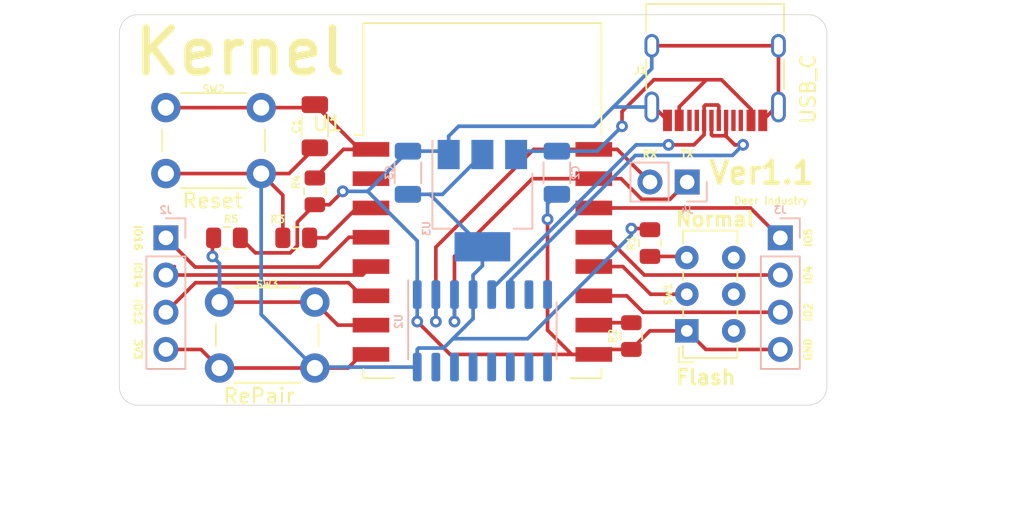
<source format=kicad_pcb>
(kicad_pcb (version 20171130) (host pcbnew "(5.1.9)-1")

  (general
    (thickness 1.6)
    (drawings 34)
    (tracks 178)
    (zones 0)
    (modules 18)
    (nets 34)
  )

  (page A4)
  (layers
    (0 F.Cu signal)
    (31 B.Cu signal)
    (32 B.Adhes user)
    (33 F.Adhes user)
    (34 B.Paste user)
    (35 F.Paste user)
    (36 B.SilkS user)
    (37 F.SilkS user)
    (38 B.Mask user)
    (39 F.Mask user)
    (40 Dwgs.User user)
    (41 Cmts.User user)
    (42 Eco1.User user)
    (43 Eco2.User user)
    (44 Edge.Cuts user)
    (45 Margin user)
    (46 B.CrtYd user)
    (47 F.CrtYd user)
    (48 B.Fab user hide)
    (49 F.Fab user hide)
  )

  (setup
    (last_trace_width 0.25)
    (trace_clearance 0.2)
    (zone_clearance 0.508)
    (zone_45_only no)
    (trace_min 0.2)
    (via_size 0.8)
    (via_drill 0.4)
    (via_min_size 0.4)
    (via_min_drill 0.3)
    (uvia_size 0.3)
    (uvia_drill 0.1)
    (uvias_allowed no)
    (uvia_min_size 0.2)
    (uvia_min_drill 0.1)
    (edge_width 0.05)
    (segment_width 0.2)
    (pcb_text_width 0.3)
    (pcb_text_size 1.5 1.5)
    (mod_edge_width 0.12)
    (mod_text_size 1 1)
    (mod_text_width 0.15)
    (pad_size 1.524 1.524)
    (pad_drill 0.762)
    (pad_to_mask_clearance 0)
    (aux_axis_origin 0 0)
    (visible_elements 7FFFFFFF)
    (pcbplotparams
      (layerselection 0x010fc_ffffffff)
      (usegerberextensions true)
      (usegerberattributes true)
      (usegerberadvancedattributes true)
      (creategerberjobfile true)
      (excludeedgelayer true)
      (linewidth 0.100000)
      (plotframeref false)
      (viasonmask false)
      (mode 1)
      (useauxorigin false)
      (hpglpennumber 1)
      (hpglpenspeed 20)
      (hpglpendiameter 15.000000)
      (psnegative false)
      (psa4output false)
      (plotreference true)
      (plotvalue true)
      (plotinvisibletext false)
      (padsonsilk false)
      (subtractmaskfromsilk false)
      (outputformat 1)
      (mirror false)
      (drillshape 0)
      (scaleselection 1)
      (outputdirectory "导出/"))
  )

  (net 0 "")
  (net 1 "Net-(U1-Pad2)")
  (net 2 EN)
  (net 3 +3V3)
  (net 4 GND)
  (net 5 IO15)
  (net 6 IO0)
  (net 7 RXD)
  (net 8 TXD)
  (net 9 "Net-(R1-Pad2)")
  (net 10 RST)
  (net 11 IO12)
  (net 12 IO14)
  (net 13 IO16)
  (net 14 IO2)
  (net 15 IO4)
  (net 16 IO5)
  (net 17 IO13)
  (net 18 +5V)
  (net 19 "Net-(J1-PadB8)")
  (net 20 "Net-(J1-PadA5)")
  (net 21 "Net-(J1-PadA7)")
  (net 22 "Net-(J1-PadA6)")
  (net 23 "Net-(J1-PadA8)")
  (net 24 "Net-(J1-PadB5)")
  (net 25 "Net-(U2-Pad15)")
  (net 26 "Net-(U2-Pad14)")
  (net 27 "Net-(U2-Pad13)")
  (net 28 "Net-(U2-Pad12)")
  (net 29 "Net-(U2-Pad11)")
  (net 30 "Net-(U2-Pad10)")
  (net 31 "Net-(U2-Pad9)")
  (net 32 "Net-(U2-Pad8)")
  (net 33 "Net-(U2-Pad7)")

  (net_class Default "This is the default net class."
    (clearance 0.2)
    (trace_width 0.25)
    (via_dia 0.8)
    (via_drill 0.4)
    (uvia_dia 0.3)
    (uvia_drill 0.1)
    (add_net +3V3)
    (add_net +5V)
    (add_net EN)
    (add_net GND)
    (add_net IO0)
    (add_net IO12)
    (add_net IO13)
    (add_net IO14)
    (add_net IO15)
    (add_net IO16)
    (add_net IO2)
    (add_net IO4)
    (add_net IO5)
    (add_net "Net-(J1-PadA5)")
    (add_net "Net-(J1-PadA6)")
    (add_net "Net-(J1-PadA7)")
    (add_net "Net-(J1-PadA8)")
    (add_net "Net-(J1-PadB5)")
    (add_net "Net-(J1-PadB8)")
    (add_net "Net-(R1-Pad2)")
    (add_net "Net-(U1-Pad2)")
    (add_net "Net-(U2-Pad10)")
    (add_net "Net-(U2-Pad11)")
    (add_net "Net-(U2-Pad12)")
    (add_net "Net-(U2-Pad13)")
    (add_net "Net-(U2-Pad14)")
    (add_net "Net-(U2-Pad15)")
    (add_net "Net-(U2-Pad7)")
    (add_net "Net-(U2-Pad8)")
    (add_net "Net-(U2-Pad9)")
    (add_net RST)
    (add_net RXD)
    (add_net TXD)
  )

  (module RF_Module:ESP-12E (layer F.Cu) (tedit 60580C7A) (tstamp 6058ACF0)
    (at 97.79 43.18)
    (descr "Wi-Fi Module, http://wiki.ai-thinker.com/_media/esp8266/docs/aithinker_esp_12f_datasheet_en.pdf")
    (tags "Wi-Fi Module")
    (path /60596458)
    (attr smd)
    (fp_text reference U1 (at -10.56 -5.26) (layer F.SilkS)
      (effects (font (size 1 1) (thickness 0.15)))
    )
    (fp_text value ESP-12S-RF_Module (at -0.06 -12.78) (layer F.Fab)
      (effects (font (size 1 1) (thickness 0.15)))
    )
    (fp_text user %R (at 0.49 -0.8) (layer F.Fab)
      (effects (font (size 1 1) (thickness 0.15)))
    )
    (fp_text user "KEEP-OUT ZONE" (at 0.03 -9.55 180) (layer Cmts.User)
      (effects (font (size 1 1) (thickness 0.15)))
    )
    (fp_text user Antenna (at -0.06 -7 180) (layer Cmts.User)
      (effects (font (size 1 1) (thickness 0.15)))
    )
    (fp_line (start 5.56 -4.8) (end 8.12 -7.36) (layer Dwgs.User) (width 0.12))
    (fp_line (start 2.56 -4.8) (end 8.12 -10.36) (layer Dwgs.User) (width 0.12))
    (fp_line (start -0.44 -4.8) (end 6.88 -12.12) (layer Dwgs.User) (width 0.12))
    (fp_line (start -3.44 -4.8) (end 3.88 -12.12) (layer Dwgs.User) (width 0.12))
    (fp_line (start -6.44 -4.8) (end 0.88 -12.12) (layer Dwgs.User) (width 0.12))
    (fp_line (start -8.12 -6.12) (end -2.12 -12.12) (layer Dwgs.User) (width 0.12))
    (fp_line (start -8.12 -9.12) (end -5.12 -12.12) (layer Dwgs.User) (width 0.12))
    (fp_line (start -8.12 -4.8) (end -8.12 -12.12) (layer Dwgs.User) (width 0.12))
    (fp_line (start 8.12 -4.8) (end -8.12 -4.8) (layer Dwgs.User) (width 0.12))
    (fp_line (start 8.12 -12.12) (end 8.12 -4.8) (layer Dwgs.User) (width 0.12))
    (fp_line (start -8.12 -12.12) (end 8.12 -12.12) (layer Dwgs.User) (width 0.12))
    (fp_line (start -8.12 -4.5) (end -8.73 -4.5) (layer F.SilkS) (width 0.12))
    (fp_line (start -8.12 -4.5) (end -8.12 -12.12) (layer F.SilkS) (width 0.12))
    (fp_line (start -8.12 12.12) (end -8.12 11.5) (layer F.SilkS) (width 0.12))
    (fp_line (start -6 12.12) (end -8.12 12.12) (layer F.SilkS) (width 0.12))
    (fp_line (start 8.12 12.12) (end 6 12.12) (layer F.SilkS) (width 0.12))
    (fp_line (start 8.12 11.5) (end 8.12 12.12) (layer F.SilkS) (width 0.12))
    (fp_line (start 8.12 -12.12) (end 8.12 -4.5) (layer F.SilkS) (width 0.12))
    (fp_line (start -8.12 -12.12) (end 8.12 -12.12) (layer F.SilkS) (width 0.12))
    (fp_line (start -9.05 13.1) (end -9.05 -12.2) (layer F.CrtYd) (width 0.05))
    (fp_line (start 9.05 13.1) (end -9.05 13.1) (layer F.CrtYd) (width 0.05))
    (fp_line (start 9.05 -12.2) (end 9.05 13.1) (layer F.CrtYd) (width 0.05))
    (fp_line (start -9.05 -12.2) (end 9.05 -12.2) (layer F.CrtYd) (width 0.05))
    (fp_line (start -8 -4) (end -8 -12) (layer F.Fab) (width 0.12))
    (fp_line (start -7.5 -3.5) (end -8 -4) (layer F.Fab) (width 0.12))
    (fp_line (start -8 -3) (end -7.5 -3.5) (layer F.Fab) (width 0.12))
    (fp_line (start -8 12) (end -8 -3) (layer F.Fab) (width 0.12))
    (fp_line (start 8 12) (end -8 12) (layer F.Fab) (width 0.12))
    (fp_line (start 8 -12) (end 8 12) (layer F.Fab) (width 0.12))
    (fp_line (start -8 -12) (end 8 -12) (layer F.Fab) (width 0.12))
    (pad 16 smd rect (at 7.6 -3.5) (size 2.5 1) (layers F.Cu F.Paste F.Mask)
      (net 8 TXD))
    (pad 15 smd rect (at 7.6 -1.5) (size 2.5 1) (layers F.Cu F.Paste F.Mask)
      (net 7 RXD))
    (pad 14 smd rect (at 7.6 0.5) (size 2.5 1) (layers F.Cu F.Paste F.Mask)
      (net 16 IO5))
    (pad 13 smd rect (at 7.6 2.5) (size 2.5 1) (layers F.Cu F.Paste F.Mask)
      (net 15 IO4))
    (pad 12 smd rect (at 7.6 4.5) (size 2.5 1) (layers F.Cu F.Paste F.Mask)
      (net 6 IO0))
    (pad 11 smd rect (at 7.6 6.5) (size 2.5 1) (layers F.Cu F.Paste F.Mask)
      (net 14 IO2))
    (pad 10 smd rect (at 7.6 8.5) (size 2.5 1) (layers F.Cu F.Paste F.Mask)
      (net 5 IO15))
    (pad 9 smd rect (at 7.6 10.5) (size 2.5 1) (layers F.Cu F.Paste F.Mask)
      (net 4 GND))
    (pad 8 smd rect (at -7.6 10.5) (size 2.5 1) (layers F.Cu F.Paste F.Mask)
      (net 3 +3V3))
    (pad 7 smd rect (at -7.6 8.5) (size 2.5 1) (layers F.Cu F.Paste F.Mask)
      (net 17 IO13))
    (pad 6 smd rect (at -7.6 6.5) (size 2.5 1) (layers F.Cu F.Paste F.Mask)
      (net 11 IO12))
    (pad 5 smd rect (at -7.6 4.5) (size 2.5 1) (layers F.Cu F.Paste F.Mask)
      (net 12 IO14))
    (pad 4 smd rect (at -7.6 2.5) (size 2.5 1) (layers F.Cu F.Paste F.Mask)
      (net 13 IO16))
    (pad 3 smd rect (at -7.6 0.5) (size 2.5 1) (layers F.Cu F.Paste F.Mask)
      (net 2 EN))
    (pad 2 smd rect (at -7.6 -1.5) (size 2.5 1) (layers F.Cu F.Paste F.Mask)
      (net 1 "Net-(U1-Pad2)"))
    (pad 1 smd rect (at -7.6 -3.5) (size 2.5 1) (layers F.Cu F.Paste F.Mask)
      (net 10 RST))
    (model ${KISYS3DMOD}/RF_Module.3dshapes/ESP-12E.wrl
      (at (xyz 0 0 0))
      (scale (xyz 1 1 1))
      (rotate (xyz 0 0 0))
    )
  )

  (module Package_TO_SOT_SMD:SOT-223-3_TabPin2 (layer B.Cu) (tedit 5A02FF57) (tstamp 605829A2)
    (at 97.79 43.18 270)
    (descr "module CMS SOT223 4 pins")
    (tags "CMS SOT")
    (path /60584478)
    (attr smd)
    (fp_text reference U3 (at 1.905 3.81 270) (layer B.SilkS)
      (effects (font (size 0.5 0.5) (thickness 0.1)) (justify mirror))
    )
    (fp_text value AMS1117-3.3 (at 0 -4.5 270) (layer B.Fab)
      (effects (font (size 1 1) (thickness 0.15)) (justify mirror))
    )
    (fp_text user %R (at 0 0) (layer B.Fab)
      (effects (font (size 0.8 0.8) (thickness 0.12)) (justify mirror))
    )
    (fp_line (start 1.91 -3.41) (end 1.91 -2.15) (layer B.SilkS) (width 0.12))
    (fp_line (start 1.91 3.41) (end 1.91 2.15) (layer B.SilkS) (width 0.12))
    (fp_line (start 4.4 3.6) (end -4.4 3.6) (layer B.CrtYd) (width 0.05))
    (fp_line (start 4.4 -3.6) (end 4.4 3.6) (layer B.CrtYd) (width 0.05))
    (fp_line (start -4.4 -3.6) (end 4.4 -3.6) (layer B.CrtYd) (width 0.05))
    (fp_line (start -4.4 3.6) (end -4.4 -3.6) (layer B.CrtYd) (width 0.05))
    (fp_line (start -1.85 2.35) (end -0.85 3.35) (layer B.Fab) (width 0.1))
    (fp_line (start -1.85 2.35) (end -1.85 -3.35) (layer B.Fab) (width 0.1))
    (fp_line (start -1.85 -3.41) (end 1.91 -3.41) (layer B.SilkS) (width 0.12))
    (fp_line (start -0.85 3.35) (end 1.85 3.35) (layer B.Fab) (width 0.1))
    (fp_line (start -4.1 3.41) (end 1.91 3.41) (layer B.SilkS) (width 0.12))
    (fp_line (start -1.85 -3.35) (end 1.85 -3.35) (layer B.Fab) (width 0.1))
    (fp_line (start 1.85 3.35) (end 1.85 -3.35) (layer B.Fab) (width 0.1))
    (pad 1 smd rect (at -3.15 2.3 270) (size 2 1.5) (layers B.Cu B.Paste B.Mask)
      (net 4 GND))
    (pad 3 smd rect (at -3.15 -2.3 270) (size 2 1.5) (layers B.Cu B.Paste B.Mask)
      (net 18 +5V))
    (pad 2 smd rect (at -3.15 0 270) (size 2 1.5) (layers B.Cu B.Paste B.Mask)
      (net 3 +3V3))
    (pad 2 smd rect (at 3.15 0 270) (size 2 3.8) (layers B.Cu B.Paste B.Mask)
      (net 3 +3V3))
    (model ${KISYS3DMOD}/Package_TO_SOT_SMD.3dshapes/SOT-223.wrl
      (at (xyz 0 0 0))
      (scale (xyz 1 1 1))
      (rotate (xyz 0 0 0))
    )
  )

  (module Package_SO:SOIC-16_3.9x9.9mm_P1.27mm (layer B.Cu) (tedit 5D9F72B1) (tstamp 6058298C)
    (at 97.79 52.07 270)
    (descr "SOIC, 16 Pin (JEDEC MS-012AC, https://www.analog.com/media/en/package-pcb-resources/package/pkg_pdf/soic_narrow-r/r_16.pdf), generated with kicad-footprint-generator ipc_gullwing_generator.py")
    (tags "SOIC SO")
    (path /60580FFF)
    (attr smd)
    (fp_text reference U2 (at -0.635 5.715 90) (layer B.SilkS)
      (effects (font (size 0.5 0.5) (thickness 0.1)) (justify mirror))
    )
    (fp_text value CH340C (at 0 -5.9 90) (layer B.Fab)
      (effects (font (size 1 1) (thickness 0.15)) (justify mirror))
    )
    (fp_text user %R (at 0 0 90) (layer B.Fab)
      (effects (font (size 0.98 0.98) (thickness 0.15)) (justify mirror))
    )
    (fp_line (start 0 -5.06) (end 1.95 -5.06) (layer B.SilkS) (width 0.12))
    (fp_line (start 0 -5.06) (end -1.95 -5.06) (layer B.SilkS) (width 0.12))
    (fp_line (start 0 5.06) (end 1.95 5.06) (layer B.SilkS) (width 0.12))
    (fp_line (start 0 5.06) (end -3.45 5.06) (layer B.SilkS) (width 0.12))
    (fp_line (start -0.975 4.95) (end 1.95 4.95) (layer B.Fab) (width 0.1))
    (fp_line (start 1.95 4.95) (end 1.95 -4.95) (layer B.Fab) (width 0.1))
    (fp_line (start 1.95 -4.95) (end -1.95 -4.95) (layer B.Fab) (width 0.1))
    (fp_line (start -1.95 -4.95) (end -1.95 3.975) (layer B.Fab) (width 0.1))
    (fp_line (start -1.95 3.975) (end -0.975 4.95) (layer B.Fab) (width 0.1))
    (fp_line (start -3.7 5.2) (end -3.7 -5.2) (layer B.CrtYd) (width 0.05))
    (fp_line (start -3.7 -5.2) (end 3.7 -5.2) (layer B.CrtYd) (width 0.05))
    (fp_line (start 3.7 -5.2) (end 3.7 5.2) (layer B.CrtYd) (width 0.05))
    (fp_line (start 3.7 5.2) (end -3.7 5.2) (layer B.CrtYd) (width 0.05))
    (pad 16 smd roundrect (at 2.475 4.445 270) (size 1.95 0.6) (layers B.Cu B.Paste B.Mask) (roundrect_rratio 0.25)
      (net 3 +3V3))
    (pad 15 smd roundrect (at 2.475 3.175 270) (size 1.95 0.6) (layers B.Cu B.Paste B.Mask) (roundrect_rratio 0.25)
      (net 25 "Net-(U2-Pad15)"))
    (pad 14 smd roundrect (at 2.475 1.905 270) (size 1.95 0.6) (layers B.Cu B.Paste B.Mask) (roundrect_rratio 0.25)
      (net 26 "Net-(U2-Pad14)"))
    (pad 13 smd roundrect (at 2.475 0.635 270) (size 1.95 0.6) (layers B.Cu B.Paste B.Mask) (roundrect_rratio 0.25)
      (net 27 "Net-(U2-Pad13)"))
    (pad 12 smd roundrect (at 2.475 -0.635 270) (size 1.95 0.6) (layers B.Cu B.Paste B.Mask) (roundrect_rratio 0.25)
      (net 28 "Net-(U2-Pad12)"))
    (pad 11 smd roundrect (at 2.475 -1.905 270) (size 1.95 0.6) (layers B.Cu B.Paste B.Mask) (roundrect_rratio 0.25)
      (net 29 "Net-(U2-Pad11)"))
    (pad 10 smd roundrect (at 2.475 -3.175 270) (size 1.95 0.6) (layers B.Cu B.Paste B.Mask) (roundrect_rratio 0.25)
      (net 30 "Net-(U2-Pad10)"))
    (pad 9 smd roundrect (at 2.475 -4.445 270) (size 1.95 0.6) (layers B.Cu B.Paste B.Mask) (roundrect_rratio 0.25)
      (net 31 "Net-(U2-Pad9)"))
    (pad 8 smd roundrect (at -2.475 -4.445 270) (size 1.95 0.6) (layers B.Cu B.Paste B.Mask) (roundrect_rratio 0.25)
      (net 32 "Net-(U2-Pad8)"))
    (pad 7 smd roundrect (at -2.475 -3.175 270) (size 1.95 0.6) (layers B.Cu B.Paste B.Mask) (roundrect_rratio 0.25)
      (net 33 "Net-(U2-Pad7)"))
    (pad 6 smd roundrect (at -2.475 -1.905 270) (size 1.95 0.6) (layers B.Cu B.Paste B.Mask) (roundrect_rratio 0.25)
      (net 21 "Net-(J1-PadA7)"))
    (pad 5 smd roundrect (at -2.475 -0.635 270) (size 1.95 0.6) (layers B.Cu B.Paste B.Mask) (roundrect_rratio 0.25)
      (net 22 "Net-(J1-PadA6)"))
    (pad 4 smd roundrect (at -2.475 0.635 270) (size 1.95 0.6) (layers B.Cu B.Paste B.Mask) (roundrect_rratio 0.25)
      (net 3 +3V3))
    (pad 3 smd roundrect (at -2.475 1.905 270) (size 1.95 0.6) (layers B.Cu B.Paste B.Mask) (roundrect_rratio 0.25)
      (net 7 RXD))
    (pad 2 smd roundrect (at -2.475 3.175 270) (size 1.95 0.6) (layers B.Cu B.Paste B.Mask) (roundrect_rratio 0.25)
      (net 8 TXD))
    (pad 1 smd roundrect (at -2.475 4.445 270) (size 1.95 0.6) (layers B.Cu B.Paste B.Mask) (roundrect_rratio 0.25)
      (net 4 GND))
    (model ${KISYS3DMOD}/Package_SO.3dshapes/SOIC-16_3.9x9.9mm_P1.27mm.wrl
      (at (xyz 0 0 0))
      (scale (xyz 1 1 1))
      (rotate (xyz 0 0 0))
    )
  )

  (module Connector_USB:USB_C_Receptacle_HRO_TYPE-C-31-M-12 (layer F.Cu) (tedit 5D3C0721) (tstamp 60582741)
    (at 113.665 33.655 180)
    (descr "USB Type-C receptacle for USB 2.0 and PD, http://www.krhro.com/uploads/soft/180320/1-1P320120243.pdf")
    (tags "usb usb-c 2.0 pd")
    (path /60582743)
    (attr smd)
    (fp_text reference J1 (at 5.08 -0.635) (layer F.SilkS)
      (effects (font (size 0.5 0.5) (thickness 0.1)))
    )
    (fp_text value USB_C_Receptacle_USB2.0 (at 0 5.1) (layer F.Fab)
      (effects (font (size 1 1) (thickness 0.15)))
    )
    (fp_text user %R (at 0 0) (layer F.Fab)
      (effects (font (size 1 1) (thickness 0.15)))
    )
    (fp_line (start -4.7 2) (end -4.7 3.9) (layer F.SilkS) (width 0.12))
    (fp_line (start -4.7 -1.9) (end -4.7 0.1) (layer F.SilkS) (width 0.12))
    (fp_line (start 4.7 2) (end 4.7 3.9) (layer F.SilkS) (width 0.12))
    (fp_line (start 4.7 -1.9) (end 4.7 0.1) (layer F.SilkS) (width 0.12))
    (fp_line (start 5.32 -5.27) (end 5.32 4.15) (layer F.CrtYd) (width 0.05))
    (fp_line (start -5.32 -5.27) (end -5.32 4.15) (layer F.CrtYd) (width 0.05))
    (fp_line (start -5.32 4.15) (end 5.32 4.15) (layer F.CrtYd) (width 0.05))
    (fp_line (start -5.32 -5.27) (end 5.32 -5.27) (layer F.CrtYd) (width 0.05))
    (fp_line (start 4.47 -3.65) (end 4.47 3.65) (layer F.Fab) (width 0.1))
    (fp_line (start -4.47 3.65) (end 4.47 3.65) (layer F.Fab) (width 0.1))
    (fp_line (start -4.47 -3.65) (end -4.47 3.65) (layer F.Fab) (width 0.1))
    (fp_line (start -4.47 -3.65) (end 4.47 -3.65) (layer F.Fab) (width 0.1))
    (fp_line (start -4.7 3.9) (end 4.7 3.9) (layer F.SilkS) (width 0.12))
    (pad B1 smd rect (at 3.25 -4.045 180) (size 0.6 1.45) (layers F.Cu F.Paste F.Mask)
      (net 4 GND))
    (pad A9 smd rect (at 2.45 -4.045 180) (size 0.6 1.45) (layers F.Cu F.Paste F.Mask)
      (net 18 +5V))
    (pad B9 smd rect (at -2.45 -4.045 180) (size 0.6 1.45) (layers F.Cu F.Paste F.Mask)
      (net 18 +5V))
    (pad B12 smd rect (at -3.25 -4.045 180) (size 0.6 1.45) (layers F.Cu F.Paste F.Mask)
      (net 4 GND))
    (pad A1 smd rect (at -3.25 -4.045 180) (size 0.6 1.45) (layers F.Cu F.Paste F.Mask)
      (net 4 GND))
    (pad A4 smd rect (at -2.45 -4.045 180) (size 0.6 1.45) (layers F.Cu F.Paste F.Mask)
      (net 18 +5V))
    (pad B4 smd rect (at 2.45 -4.045 180) (size 0.6 1.45) (layers F.Cu F.Paste F.Mask)
      (net 18 +5V))
    (pad A12 smd rect (at 3.25 -4.045 180) (size 0.6 1.45) (layers F.Cu F.Paste F.Mask)
      (net 4 GND))
    (pad B8 smd rect (at -1.75 -4.045 180) (size 0.3 1.45) (layers F.Cu F.Paste F.Mask)
      (net 19 "Net-(J1-PadB8)"))
    (pad A5 smd rect (at -1.25 -4.045 180) (size 0.3 1.45) (layers F.Cu F.Paste F.Mask)
      (net 20 "Net-(J1-PadA5)"))
    (pad B7 smd rect (at -0.75 -4.045 180) (size 0.3 1.45) (layers F.Cu F.Paste F.Mask)
      (net 21 "Net-(J1-PadA7)"))
    (pad A7 smd rect (at 0.25 -4.045 180) (size 0.3 1.45) (layers F.Cu F.Paste F.Mask)
      (net 21 "Net-(J1-PadA7)"))
    (pad B6 smd rect (at 0.75 -4.045 180) (size 0.3 1.45) (layers F.Cu F.Paste F.Mask)
      (net 22 "Net-(J1-PadA6)"))
    (pad A8 smd rect (at 1.25 -4.045 180) (size 0.3 1.45) (layers F.Cu F.Paste F.Mask)
      (net 23 "Net-(J1-PadA8)"))
    (pad B5 smd rect (at 1.75 -4.045 180) (size 0.3 1.45) (layers F.Cu F.Paste F.Mask)
      (net 24 "Net-(J1-PadB5)"))
    (pad A6 smd rect (at -0.25 -4.045 180) (size 0.3 1.45) (layers F.Cu F.Paste F.Mask)
      (net 22 "Net-(J1-PadA6)"))
    (pad S1 thru_hole oval (at 4.32 -3.13 180) (size 1 2.1) (drill oval 0.6 1.7) (layers *.Cu *.Mask)
      (net 4 GND))
    (pad S1 thru_hole oval (at -4.32 -3.13 180) (size 1 2.1) (drill oval 0.6 1.7) (layers *.Cu *.Mask)
      (net 4 GND))
    (pad "" np_thru_hole circle (at -2.89 -2.6 180) (size 0.65 0.65) (drill 0.65) (layers *.Cu *.Mask))
    (pad S1 thru_hole oval (at -4.32 1.05 180) (size 1 1.6) (drill oval 0.6 1.2) (layers *.Cu *.Mask)
      (net 4 GND))
    (pad "" np_thru_hole circle (at 2.89 -2.6 180) (size 0.65 0.65) (drill 0.65) (layers *.Cu *.Mask))
    (pad S1 thru_hole oval (at 4.32 1.05 180) (size 1 1.6) (drill oval 0.6 1.2) (layers *.Cu *.Mask)
      (net 4 GND))
    (model ${KISYS3DMOD}/Connector_USB.3dshapes/USB_C_Receptacle_HRO_TYPE-C-31-M-12.wrl
      (at (xyz 0 0 0))
      (scale (xyz 1 1 1))
      (rotate (xyz 0 0 0))
    )
  )

  (module Capacitor_SMD:C_1206_3216Metric (layer B.Cu) (tedit 5F68FEEE) (tstamp 60582719)
    (at 92.71 41.275 90)
    (descr "Capacitor SMD 1206 (3216 Metric), square (rectangular) end terminal, IPC_7351 nominal, (Body size source: IPC-SM-782 page 76, https://www.pcb-3d.com/wordpress/wp-content/uploads/ipc-sm-782a_amendment_1_and_2.pdf), generated with kicad-footprint-generator")
    (tags capacitor)
    (path /6058BDAF)
    (attr smd)
    (fp_text reference C3 (at 0 -1.27 270) (layer B.SilkS)
      (effects (font (size 0.5 0.5) (thickness 0.1)) (justify mirror))
    )
    (fp_text value 10uF (at 0 -1.85 -90) (layer B.Fab)
      (effects (font (size 1 1) (thickness 0.15)) (justify mirror))
    )
    (fp_text user %R (at 0 0 -90) (layer B.Fab)
      (effects (font (size 0.8 0.8) (thickness 0.12)) (justify mirror))
    )
    (fp_line (start -1.6 -0.8) (end -1.6 0.8) (layer B.Fab) (width 0.1))
    (fp_line (start -1.6 0.8) (end 1.6 0.8) (layer B.Fab) (width 0.1))
    (fp_line (start 1.6 0.8) (end 1.6 -0.8) (layer B.Fab) (width 0.1))
    (fp_line (start 1.6 -0.8) (end -1.6 -0.8) (layer B.Fab) (width 0.1))
    (fp_line (start -0.711252 0.91) (end 0.711252 0.91) (layer B.SilkS) (width 0.12))
    (fp_line (start -0.711252 -0.91) (end 0.711252 -0.91) (layer B.SilkS) (width 0.12))
    (fp_line (start -2.3 -1.15) (end -2.3 1.15) (layer B.CrtYd) (width 0.05))
    (fp_line (start -2.3 1.15) (end 2.3 1.15) (layer B.CrtYd) (width 0.05))
    (fp_line (start 2.3 1.15) (end 2.3 -1.15) (layer B.CrtYd) (width 0.05))
    (fp_line (start 2.3 -1.15) (end -2.3 -1.15) (layer B.CrtYd) (width 0.05))
    (pad 2 smd roundrect (at 1.475 0 90) (size 1.15 1.8) (layers B.Cu B.Paste B.Mask) (roundrect_rratio 0.217391)
      (net 4 GND))
    (pad 1 smd roundrect (at -1.475 0 90) (size 1.15 1.8) (layers B.Cu B.Paste B.Mask) (roundrect_rratio 0.217391)
      (net 3 +3V3))
    (model ${KISYS3DMOD}/Capacitor_SMD.3dshapes/C_1206_3216Metric.wrl
      (at (xyz 0 0 0))
      (scale (xyz 1 1 1))
      (rotate (xyz 0 0 0))
    )
  )

  (module Capacitor_SMD:C_1206_3216Metric (layer B.Cu) (tedit 5F68FEEE) (tstamp 60582708)
    (at 102.87 41.275 270)
    (descr "Capacitor SMD 1206 (3216 Metric), square (rectangular) end terminal, IPC_7351 nominal, (Body size source: IPC-SM-782 page 76, https://www.pcb-3d.com/wordpress/wp-content/uploads/ipc-sm-782a_amendment_1_and_2.pdf), generated with kicad-footprint-generator")
    (tags capacitor)
    (path /6058AEFB)
    (attr smd)
    (fp_text reference C2 (at 0 -1.27 270) (layer B.SilkS)
      (effects (font (size 0.5 0.5) (thickness 0.1)) (justify mirror))
    )
    (fp_text value 10uF (at 0 -1.85 270) (layer B.Fab)
      (effects (font (size 1 1) (thickness 0.15)) (justify mirror))
    )
    (fp_text user %R (at 0 0 270) (layer B.Fab)
      (effects (font (size 0.8 0.8) (thickness 0.12)) (justify mirror))
    )
    (fp_line (start -1.6 -0.8) (end -1.6 0.8) (layer B.Fab) (width 0.1))
    (fp_line (start -1.6 0.8) (end 1.6 0.8) (layer B.Fab) (width 0.1))
    (fp_line (start 1.6 0.8) (end 1.6 -0.8) (layer B.Fab) (width 0.1))
    (fp_line (start 1.6 -0.8) (end -1.6 -0.8) (layer B.Fab) (width 0.1))
    (fp_line (start -0.711252 0.91) (end 0.711252 0.91) (layer B.SilkS) (width 0.12))
    (fp_line (start -0.711252 -0.91) (end 0.711252 -0.91) (layer B.SilkS) (width 0.12))
    (fp_line (start -2.3 -1.15) (end -2.3 1.15) (layer B.CrtYd) (width 0.05))
    (fp_line (start -2.3 1.15) (end 2.3 1.15) (layer B.CrtYd) (width 0.05))
    (fp_line (start 2.3 1.15) (end 2.3 -1.15) (layer B.CrtYd) (width 0.05))
    (fp_line (start 2.3 -1.15) (end -2.3 -1.15) (layer B.CrtYd) (width 0.05))
    (pad 2 smd roundrect (at 1.475 0 270) (size 1.15 1.8) (layers B.Cu B.Paste B.Mask) (roundrect_rratio 0.217391)
      (net 4 GND))
    (pad 1 smd roundrect (at -1.475 0 270) (size 1.15 1.8) (layers B.Cu B.Paste B.Mask) (roundrect_rratio 0.217391)
      (net 18 +5V))
    (model ${KISYS3DMOD}/Capacitor_SMD.3dshapes/C_1206_3216Metric.wrl
      (at (xyz 0 0 0))
      (scale (xyz 1 1 1))
      (rotate (xyz 0 0 0))
    )
  )

  (module Connector_PinHeader_2.54mm:PinHeader_1x02_P2.54mm_Vertical (layer B.Cu) (tedit 59FED5CC) (tstamp 605007F5)
    (at 111.76 41.91 90)
    (descr "Through hole straight pin header, 1x02, 2.54mm pitch, single row")
    (tags "Through hole pin header THT 1x02 2.54mm single row")
    (path /60571445)
    (fp_text reference J4 (at -1.905 0 180) (layer B.SilkS)
      (effects (font (size 0.5 0.5) (thickness 0.1)) (justify mirror))
    )
    (fp_text value TTL (at 0 -4.87 270) (layer B.Fab)
      (effects (font (size 1 1) (thickness 0.15)) (justify mirror))
    )
    (fp_line (start -0.635 1.27) (end 1.27 1.27) (layer B.Fab) (width 0.1))
    (fp_line (start 1.27 1.27) (end 1.27 -3.81) (layer B.Fab) (width 0.1))
    (fp_line (start 1.27 -3.81) (end -1.27 -3.81) (layer B.Fab) (width 0.1))
    (fp_line (start -1.27 -3.81) (end -1.27 0.635) (layer B.Fab) (width 0.1))
    (fp_line (start -1.27 0.635) (end -0.635 1.27) (layer B.Fab) (width 0.1))
    (fp_line (start -1.33 -3.87) (end 1.33 -3.87) (layer B.SilkS) (width 0.12))
    (fp_line (start -1.33 -1.27) (end -1.33 -3.87) (layer B.SilkS) (width 0.12))
    (fp_line (start 1.33 -1.27) (end 1.33 -3.87) (layer B.SilkS) (width 0.12))
    (fp_line (start -1.33 -1.27) (end 1.33 -1.27) (layer B.SilkS) (width 0.12))
    (fp_line (start -1.33 0) (end -1.33 1.33) (layer B.SilkS) (width 0.12))
    (fp_line (start -1.33 1.33) (end 0 1.33) (layer B.SilkS) (width 0.12))
    (fp_line (start -1.8 1.8) (end -1.8 -4.35) (layer B.CrtYd) (width 0.05))
    (fp_line (start -1.8 -4.35) (end 1.8 -4.35) (layer B.CrtYd) (width 0.05))
    (fp_line (start 1.8 -4.35) (end 1.8 1.8) (layer B.CrtYd) (width 0.05))
    (fp_line (start 1.8 1.8) (end -1.8 1.8) (layer B.CrtYd) (width 0.05))
    (fp_text user %R (at 0 -1.27) (layer B.Fab)
      (effects (font (size 1 1) (thickness 0.15)) (justify mirror))
    )
    (pad 2 thru_hole oval (at 0 -2.54 90) (size 1.7 1.7) (drill 1) (layers *.Cu *.Mask)
      (net 8 TXD))
    (pad 1 thru_hole rect (at 0 0 90) (size 1.7 1.7) (drill 1) (layers *.Cu *.Mask)
      (net 7 RXD))
    (model ${KISYS3DMOD}/Connector_PinHeader_2.54mm.3dshapes/PinHeader_1x02_P2.54mm_Vertical.wrl
      (at (xyz 0 0 0))
      (scale (xyz 1 1 1))
      (rotate (xyz 0 0 0))
    )
  )

  (module Button_Switch_THT:SW_PUSH_6mm_H4.3mm (layer F.Cu) (tedit 5A02FE31) (tstamp 604F3455)
    (at 86.36 54.61 180)
    (descr "tactile push button, 6x6mm e.g. PHAP33xx series, height=4.3mm")
    (tags "tact sw push 6mm")
    (path /604DDF37)
    (fp_text reference SW3 (at 3.25 5.715) (layer F.SilkS)
      (effects (font (size 0.5 0.5) (thickness 0.1)))
    )
    (fp_text value RePair (at 3.81 -1.905) (layer F.SilkS)
      (effects (font (size 1 1) (thickness 0.15)))
    )
    (fp_line (start 3.25 -0.75) (end 6.25 -0.75) (layer F.Fab) (width 0.1))
    (fp_line (start 6.25 -0.75) (end 6.25 5.25) (layer F.Fab) (width 0.1))
    (fp_line (start 6.25 5.25) (end 0.25 5.25) (layer F.Fab) (width 0.1))
    (fp_line (start 0.25 5.25) (end 0.25 -0.75) (layer F.Fab) (width 0.1))
    (fp_line (start 0.25 -0.75) (end 3.25 -0.75) (layer F.Fab) (width 0.1))
    (fp_line (start 7.75 6) (end 8 6) (layer F.CrtYd) (width 0.05))
    (fp_line (start 8 6) (end 8 5.75) (layer F.CrtYd) (width 0.05))
    (fp_line (start 7.75 -1.5) (end 8 -1.5) (layer F.CrtYd) (width 0.05))
    (fp_line (start 8 -1.5) (end 8 -1.25) (layer F.CrtYd) (width 0.05))
    (fp_line (start -1.5 -1.25) (end -1.5 -1.5) (layer F.CrtYd) (width 0.05))
    (fp_line (start -1.5 -1.5) (end -1.25 -1.5) (layer F.CrtYd) (width 0.05))
    (fp_line (start -1.5 5.75) (end -1.5 6) (layer F.CrtYd) (width 0.05))
    (fp_line (start -1.5 6) (end -1.25 6) (layer F.CrtYd) (width 0.05))
    (fp_line (start -1.25 -1.5) (end 7.75 -1.5) (layer F.CrtYd) (width 0.05))
    (fp_line (start -1.5 5.75) (end -1.5 -1.25) (layer F.CrtYd) (width 0.05))
    (fp_line (start 7.75 6) (end -1.25 6) (layer F.CrtYd) (width 0.05))
    (fp_line (start 8 -1.25) (end 8 5.75) (layer F.CrtYd) (width 0.05))
    (fp_line (start 1 5.5) (end 5.5 5.5) (layer F.SilkS) (width 0.12))
    (fp_line (start -0.25 1.5) (end -0.25 3) (layer F.SilkS) (width 0.12))
    (fp_line (start 5.5 -1) (end 1 -1) (layer F.SilkS) (width 0.12))
    (fp_line (start 6.75 3) (end 6.75 1.5) (layer F.SilkS) (width 0.12))
    (fp_circle (center 3.25 2.25) (end 1.25 2.5) (layer F.Fab) (width 0.1))
    (fp_text user %R (at 3.25 2.25) (layer F.Fab)
      (effects (font (size 1 1) (thickness 0.15)))
    )
    (pad 1 thru_hole circle (at 6.5 0 270) (size 2 2) (drill 1.1) (layers *.Cu *.Mask)
      (net 3 +3V3))
    (pad 2 thru_hole circle (at 6.5 4.5 270) (size 2 2) (drill 1.1) (layers *.Cu *.Mask)
      (net 17 IO13))
    (pad 1 thru_hole circle (at 0 0 270) (size 2 2) (drill 1.1) (layers *.Cu *.Mask)
      (net 3 +3V3))
    (pad 2 thru_hole circle (at 0 4.5 270) (size 2 2) (drill 1.1) (layers *.Cu *.Mask)
      (net 17 IO13))
    (model ${KISYS3DMOD}/Button_Switch_THT.3dshapes/SW_PUSH_6mm_H4.3mm.wrl
      (at (xyz 0 0 0))
      (scale (xyz 1 1 1))
      (rotate (xyz 0 0 0))
    )
  )

  (module Button_Switch_THT:SW_PUSH_6mm_H4.3mm (layer F.Cu) (tedit 5A02FE31) (tstamp 604A134E)
    (at 76.2 36.83)
    (descr "tactile push button, 6x6mm e.g. PHAP33xx series, height=4.3mm")
    (tags "tact sw push 6mm")
    (path /604A6E52)
    (fp_text reference SW2 (at 3.25 -1.27) (layer F.SilkS)
      (effects (font (size 0.5 0.5) (thickness 0.1)))
    )
    (fp_text value Reset (at 3.175 6.35) (layer F.SilkS)
      (effects (font (size 1 1) (thickness 0.15)))
    )
    (fp_line (start 3.25 -0.75) (end 6.25 -0.75) (layer F.Fab) (width 0.1))
    (fp_line (start 6.25 -0.75) (end 6.25 5.25) (layer F.Fab) (width 0.1))
    (fp_line (start 6.25 5.25) (end 0.25 5.25) (layer F.Fab) (width 0.1))
    (fp_line (start 0.25 5.25) (end 0.25 -0.75) (layer F.Fab) (width 0.1))
    (fp_line (start 0.25 -0.75) (end 3.25 -0.75) (layer F.Fab) (width 0.1))
    (fp_line (start 7.75 6) (end 8 6) (layer F.CrtYd) (width 0.05))
    (fp_line (start 8 6) (end 8 5.75) (layer F.CrtYd) (width 0.05))
    (fp_line (start 7.75 -1.5) (end 8 -1.5) (layer F.CrtYd) (width 0.05))
    (fp_line (start 8 -1.5) (end 8 -1.25) (layer F.CrtYd) (width 0.05))
    (fp_line (start -1.5 -1.25) (end -1.5 -1.5) (layer F.CrtYd) (width 0.05))
    (fp_line (start -1.5 -1.5) (end -1.25 -1.5) (layer F.CrtYd) (width 0.05))
    (fp_line (start -1.5 5.75) (end -1.5 6) (layer F.CrtYd) (width 0.05))
    (fp_line (start -1.5 6) (end -1.25 6) (layer F.CrtYd) (width 0.05))
    (fp_line (start -1.25 -1.5) (end 7.75 -1.5) (layer F.CrtYd) (width 0.05))
    (fp_line (start -1.5 5.75) (end -1.5 -1.25) (layer F.CrtYd) (width 0.05))
    (fp_line (start 7.75 6) (end -1.25 6) (layer F.CrtYd) (width 0.05))
    (fp_line (start 8 -1.25) (end 8 5.75) (layer F.CrtYd) (width 0.05))
    (fp_line (start 1 5.5) (end 5.5 5.5) (layer F.SilkS) (width 0.12))
    (fp_line (start -0.25 1.5) (end -0.25 3) (layer F.SilkS) (width 0.12))
    (fp_line (start 5.5 -1) (end 1 -1) (layer F.SilkS) (width 0.12))
    (fp_line (start 6.75 3) (end 6.75 1.5) (layer F.SilkS) (width 0.12))
    (fp_circle (center 3.25 2.25) (end 1.25 2.5) (layer F.Fab) (width 0.1))
    (fp_text user %R (at 3.25 2.25) (layer F.Fab)
      (effects (font (size 1 1) (thickness 0.15)))
    )
    (pad 1 thru_hole circle (at 6.5 0 90) (size 2 2) (drill 1.1) (layers *.Cu *.Mask)
      (net 10 RST))
    (pad 2 thru_hole circle (at 6.5 4.5 90) (size 2 2) (drill 1.1) (layers *.Cu *.Mask)
      (net 3 +3V3))
    (pad 1 thru_hole circle (at 0 0 90) (size 2 2) (drill 1.1) (layers *.Cu *.Mask)
      (net 10 RST))
    (pad 2 thru_hole circle (at 0 4.5 90) (size 2 2) (drill 1.1) (layers *.Cu *.Mask)
      (net 3 +3V3))
    (model ${KISYS3DMOD}/Button_Switch_THT.3dshapes/SW_PUSH_6mm_H4.3mm.wrl
      (at (xyz 0 0 0))
      (scale (xyz 1 1 1))
      (rotate (xyz 0 0 0))
    )
  )

  (module Resistor_SMD:R_0805_2012Metric (layer F.Cu) (tedit 5F68FEEE) (tstamp 604F33F0)
    (at 80.3675 45.72 180)
    (descr "Resistor SMD 0805 (2012 Metric), square (rectangular) end terminal, IPC_7351 nominal, (Body size source: IPC-SM-782 page 72, https://www.pcb-3d.com/wordpress/wp-content/uploads/ipc-sm-782a_amendment_1_and_2.pdf), generated with kicad-footprint-generator")
    (tags resistor)
    (path /604EF1A5)
    (attr smd)
    (fp_text reference R5 (at -0.2775 1.27) (layer F.SilkS)
      (effects (font (size 0.5 0.5) (thickness 0.1)))
    )
    (fp_text value 10k (at 0 1.65) (layer F.Fab)
      (effects (font (size 1 1) (thickness 0.15)))
    )
    (fp_line (start -1 0.625) (end -1 -0.625) (layer F.Fab) (width 0.1))
    (fp_line (start -1 -0.625) (end 1 -0.625) (layer F.Fab) (width 0.1))
    (fp_line (start 1 -0.625) (end 1 0.625) (layer F.Fab) (width 0.1))
    (fp_line (start 1 0.625) (end -1 0.625) (layer F.Fab) (width 0.1))
    (fp_line (start -0.227064 -0.735) (end 0.227064 -0.735) (layer F.SilkS) (width 0.12))
    (fp_line (start -0.227064 0.735) (end 0.227064 0.735) (layer F.SilkS) (width 0.12))
    (fp_line (start -1.68 0.95) (end -1.68 -0.95) (layer F.CrtYd) (width 0.05))
    (fp_line (start -1.68 -0.95) (end 1.68 -0.95) (layer F.CrtYd) (width 0.05))
    (fp_line (start 1.68 -0.95) (end 1.68 0.95) (layer F.CrtYd) (width 0.05))
    (fp_line (start 1.68 0.95) (end -1.68 0.95) (layer F.CrtYd) (width 0.05))
    (fp_text user %R (at 0 0) (layer F.Fab)
      (effects (font (size 0.5 0.5) (thickness 0.08)))
    )
    (pad 2 smd roundrect (at 0.9125 0 180) (size 1.025 1.4) (layers F.Cu F.Paste F.Mask) (roundrect_rratio 0.2439004878048781)
      (net 17 IO13))
    (pad 1 smd roundrect (at -0.9125 0 180) (size 1.025 1.4) (layers F.Cu F.Paste F.Mask) (roundrect_rratio 0.2439004878048781)
      (net 4 GND))
    (model ${KISYS3DMOD}/Resistor_SMD.3dshapes/R_0805_2012Metric.wrl
      (at (xyz 0 0 0))
      (scale (xyz 1 1 1))
      (rotate (xyz 0 0 0))
    )
  )

  (module Connector_PinHeader_2.54mm:PinHeader_1x04_P2.54mm_Vertical (layer B.Cu) (tedit 59FED5CC) (tstamp 604F335F)
    (at 118.11 45.72 180)
    (descr "Through hole straight pin header, 1x04, 2.54mm pitch, single row")
    (tags "Through hole pin header THT 1x04 2.54mm single row")
    (path /604FA091)
    (fp_text reference J3 (at 0 1.905) (layer B.SilkS)
      (effects (font (size 0.5 0.5) (thickness 0.1)) (justify mirror))
    )
    (fp_text value R (at 0 -9.95) (layer F.Fab) hide
      (effects (font (size 1 1) (thickness 0.15)))
    )
    (fp_line (start -0.635 1.27) (end 1.27 1.27) (layer B.Fab) (width 0.1))
    (fp_line (start 1.27 1.27) (end 1.27 -8.89) (layer B.Fab) (width 0.1))
    (fp_line (start 1.27 -8.89) (end -1.27 -8.89) (layer B.Fab) (width 0.1))
    (fp_line (start -1.27 -8.89) (end -1.27 0.635) (layer B.Fab) (width 0.1))
    (fp_line (start -1.27 0.635) (end -0.635 1.27) (layer B.Fab) (width 0.1))
    (fp_line (start -1.33 -8.95) (end 1.33 -8.95) (layer B.SilkS) (width 0.12))
    (fp_line (start -1.33 -1.27) (end -1.33 -8.95) (layer B.SilkS) (width 0.12))
    (fp_line (start 1.33 -1.27) (end 1.33 -8.95) (layer B.SilkS) (width 0.12))
    (fp_line (start -1.33 -1.27) (end 1.33 -1.27) (layer B.SilkS) (width 0.12))
    (fp_line (start -1.33 0) (end -1.33 1.33) (layer B.SilkS) (width 0.12))
    (fp_line (start -1.33 1.33) (end 0 1.33) (layer B.SilkS) (width 0.12))
    (fp_line (start -1.8 1.8) (end -1.8 -9.4) (layer B.CrtYd) (width 0.05))
    (fp_line (start -1.8 -9.4) (end 1.8 -9.4) (layer B.CrtYd) (width 0.05))
    (fp_line (start 1.8 -9.4) (end 1.8 1.8) (layer B.CrtYd) (width 0.05))
    (fp_line (start 1.8 1.8) (end -1.8 1.8) (layer B.CrtYd) (width 0.05))
    (fp_text user %R (at 0 -3.81 270) (layer B.Fab)
      (effects (font (size 1 1) (thickness 0.15)) (justify mirror))
    )
    (pad 4 thru_hole oval (at 0 -7.62 180) (size 1.7 1.7) (drill 1) (layers *.Cu *.Mask)
      (net 4 GND))
    (pad 3 thru_hole oval (at 0 -5.08 180) (size 1.7 1.7) (drill 1) (layers *.Cu *.Mask)
      (net 14 IO2))
    (pad 2 thru_hole oval (at 0 -2.54 180) (size 1.7 1.7) (drill 1) (layers *.Cu *.Mask)
      (net 15 IO4))
    (pad 1 thru_hole rect (at 0 0 180) (size 1.7 1.7) (drill 1) (layers *.Cu *.Mask)
      (net 16 IO5))
    (model ${KISYS3DMOD}/Connector_PinHeader_2.54mm.3dshapes/PinHeader_1x04_P2.54mm_Vertical.wrl
      (at (xyz 0 0 0))
      (scale (xyz 1 1 1))
      (rotate (xyz 0 0 0))
    )
  )

  (module Connector_PinHeader_2.54mm:PinHeader_1x04_P2.54mm_Vertical (layer B.Cu) (tedit 59FED5CC) (tstamp 604F3347)
    (at 76.2 45.72 180)
    (descr "Through hole straight pin header, 1x04, 2.54mm pitch, single row")
    (tags "Through hole pin header THT 1x04 2.54mm single row")
    (path /604F8EAE)
    (fp_text reference J2 (at 0 1.905) (layer B.SilkS)
      (effects (font (size 0.5 0.5) (thickness 0.1)) (justify mirror))
    )
    (fp_text value L (at 0 -9.95) (layer F.Fab) hide
      (effects (font (size 1 1) (thickness 0.15)) (justify mirror))
    )
    (fp_line (start -0.635 1.27) (end 1.27 1.27) (layer B.Fab) (width 0.1))
    (fp_line (start 1.27 1.27) (end 1.27 -8.89) (layer B.Fab) (width 0.1))
    (fp_line (start 1.27 -8.89) (end -1.27 -8.89) (layer B.Fab) (width 0.1))
    (fp_line (start -1.27 -8.89) (end -1.27 0.635) (layer B.Fab) (width 0.1))
    (fp_line (start -1.27 0.635) (end -0.635 1.27) (layer B.Fab) (width 0.1))
    (fp_line (start -1.33 -8.95) (end 1.33 -8.95) (layer B.SilkS) (width 0.12))
    (fp_line (start -1.33 -1.27) (end -1.33 -8.95) (layer B.SilkS) (width 0.12))
    (fp_line (start 1.33 -1.27) (end 1.33 -8.95) (layer B.SilkS) (width 0.12))
    (fp_line (start -1.33 -1.27) (end 1.33 -1.27) (layer B.SilkS) (width 0.12))
    (fp_line (start -1.33 0) (end -1.33 1.33) (layer B.SilkS) (width 0.12))
    (fp_line (start -1.33 1.33) (end 0 1.33) (layer B.SilkS) (width 0.12))
    (fp_line (start -1.8 1.8) (end -1.8 -9.4) (layer B.CrtYd) (width 0.05))
    (fp_line (start -1.8 -9.4) (end 1.8 -9.4) (layer B.CrtYd) (width 0.05))
    (fp_line (start 1.8 -9.4) (end 1.8 1.8) (layer B.CrtYd) (width 0.05))
    (fp_line (start 1.8 1.8) (end -1.8 1.8) (layer B.CrtYd) (width 0.05))
    (fp_text user %R (at 0 -3.81 270) (layer B.Fab)
      (effects (font (size 1 1) (thickness 0.15)) (justify mirror))
    )
    (pad 4 thru_hole oval (at 0 -7.62 180) (size 1.7 1.7) (drill 1) (layers *.Cu *.Mask)
      (net 3 +3V3))
    (pad 3 thru_hole oval (at 0 -5.08 180) (size 1.7 1.7) (drill 1) (layers *.Cu *.Mask)
      (net 11 IO12))
    (pad 2 thru_hole oval (at 0 -2.54 180) (size 1.7 1.7) (drill 1) (layers *.Cu *.Mask)
      (net 12 IO14))
    (pad 1 thru_hole rect (at 0 0 180) (size 1.7 1.7) (drill 1) (layers *.Cu *.Mask)
      (net 13 IO16))
    (model ${KISYS3DMOD}/Connector_PinHeader_2.54mm.3dshapes/PinHeader_1x04_P2.54mm_Vertical.wrl
      (at (xyz 0 0 0))
      (scale (xyz 1 1 1))
      (rotate (xyz 0 0 0))
    )
  )

  (module Button_Switch_THT:SW_E-Switch_EG1271_DPDT (layer F.Cu) (tedit 5BB336EF) (tstamp 6048CF9C)
    (at 111.735 52.07 90)
    (descr "E-Switch sub miniature slide switch, EG series, DPDT, http://spec_sheets.e-switch.com/specs/P040047.pdf")
    (tags "switch DPDT")
    (path /6048DEAF)
    (fp_text reference SW1 (at 2.5 -1.27 90) (layer F.SilkS)
      (effects (font (size 0.5 0.5) (thickness 0.1)))
    )
    (fp_text value MODE (at 2.5 5 90) (layer F.Fab)
      (effects (font (size 1 1) (thickness 0.15)))
    )
    (fp_line (start -2 4.25) (end -2 -1.05) (layer F.CrtYd) (width 0.05))
    (fp_line (start 7 4.25) (end -2 4.25) (layer F.CrtYd) (width 0.05))
    (fp_line (start 7 -1.05) (end 7 4.25) (layer F.CrtYd) (width 0.05))
    (fp_line (start -2 -1.05) (end 7 -1.05) (layer F.CrtYd) (width 0.05))
    (fp_line (start -2.15 -0.55) (end -1.15 -0.55) (layer F.SilkS) (width 0.12))
    (fp_line (start -2.15 0.45) (end -2.15 -0.55) (layer F.SilkS) (width 0.12))
    (fp_line (start -1.85 3.45) (end -1.85 -0.25) (layer F.SilkS) (width 0.12))
    (fp_line (start -0.97 3.45) (end -1.85 3.45) (layer F.SilkS) (width 0.12))
    (fp_line (start 1.53 3.45) (end 0.97 3.45) (layer F.SilkS) (width 0.12))
    (fp_line (start 4.02 3.45) (end 3.47 3.45) (layer F.SilkS) (width 0.12))
    (fp_line (start 6.85 3.45) (end 5.98 3.45) (layer F.SilkS) (width 0.12))
    (fp_line (start 6.85 -0.25) (end 6.85 3.45) (layer F.SilkS) (width 0.12))
    (fp_line (start 5.97 -0.25) (end 6.85 -0.25) (layer F.SilkS) (width 0.12))
    (fp_line (start 3.47 -0.25) (end 4.03 -0.25) (layer F.SilkS) (width 0.12))
    (fp_line (start 1 -0.25) (end 1.53 -0.25) (layer F.SilkS) (width 0.12))
    (fp_line (start -1.85 -0.25) (end -1 -0.25) (layer F.SilkS) (width 0.12))
    (fp_line (start -1.75 -0.15) (end -1.75 3.35) (layer F.Fab) (width 0.1))
    (fp_line (start 6.75 3.35) (end -1.75 3.35) (layer F.Fab) (width 0.1))
    (fp_line (start 6.75 -0.15) (end 6.75 3.35) (layer F.Fab) (width 0.1))
    (fp_line (start -1.75 -0.15) (end 6.75 -0.15) (layer F.Fab) (width 0.1))
    (fp_line (start 2.15 0.6) (end 2.15 2.6) (layer F.Fab) (width 0.1))
    (fp_line (start 1.8 0.6) (end 1.8 2.6) (layer F.Fab) (width 0.1))
    (fp_line (start 1.45 0.6) (end 1.45 2.6) (layer F.Fab) (width 0.1))
    (fp_line (start 1.1 0.6) (end 1.1 2.6) (layer F.Fab) (width 0.1))
    (fp_line (start 0.75 0.6) (end 0.75 2.6) (layer F.Fab) (width 0.1))
    (fp_line (start 2.5 0.6) (end 2.5 2.6) (layer F.Fab) (width 0.1))
    (fp_line (start 0.4 0.6) (end 0.4 2.6) (layer F.Fab) (width 0.1))
    (fp_line (start 4.6 2.6) (end 0.4 2.6) (layer F.Fab) (width 0.1))
    (fp_line (start 4.6 0.6) (end 4.6 2.6) (layer F.Fab) (width 0.1))
    (fp_line (start 0.4 0.6) (end 4.6 0.6) (layer F.Fab) (width 0.1))
    (fp_text user %R (at 2.5 -1.65 90) (layer F.Fab)
      (effects (font (size 1 1) (thickness 0.15)))
    )
    (pad 6 thru_hole circle (at 5 3.2 90) (size 1.6 1.6) (drill 0.8) (layers *.Cu *.Mask))
    (pad 5 thru_hole circle (at 2.5 3.2 90) (size 1.6 1.6) (drill 0.8) (layers *.Cu *.Mask))
    (pad 4 thru_hole circle (at 0 3.2 90) (size 1.6 1.6) (drill 0.8) (layers *.Cu *.Mask))
    (pad 3 thru_hole circle (at 5 0 90) (size 1.6 1.6) (drill 0.8) (layers *.Cu *.Mask)
      (net 9 "Net-(R1-Pad2)"))
    (pad 2 thru_hole circle (at 2.5 0 90) (size 1.6 1.6) (drill 0.8) (layers *.Cu *.Mask)
      (net 6 IO0))
    (pad 1 thru_hole rect (at 0 0 90) (size 1.6 1.6) (drill 0.8) (layers *.Cu *.Mask)
      (net 4 GND))
    (model ${KISYS3DMOD}/Button_Switch_THT.3dshapes/SW_E-Switch_EG1271_DPDT.wrl
      (at (xyz 0 0 0))
      (scale (xyz 1 1 1))
      (rotate (xyz 0 0 0))
    )
  )

  (module Resistor_SMD:R_0805_2012Metric (layer F.Cu) (tedit 5F68FEEE) (tstamp 60491ACD)
    (at 86.36 42.545 270)
    (descr "Resistor SMD 0805 (2012 Metric), square (rectangular) end terminal, IPC_7351 nominal, (Body size source: IPC-SM-782 page 72, https://www.pcb-3d.com/wordpress/wp-content/uploads/ipc-sm-782a_amendment_1_and_2.pdf), generated with kicad-footprint-generator")
    (tags resistor)
    (path /60493EDA)
    (attr smd)
    (fp_text reference R4 (at -0.635 1.27 90) (layer F.SilkS)
      (effects (font (size 0.5 0.5) (thickness 0.1)))
    )
    (fp_text value 10k (at 0 1.65 90) (layer F.Fab)
      (effects (font (size 1 1) (thickness 0.15)))
    )
    (fp_line (start 1.68 0.95) (end -1.68 0.95) (layer F.CrtYd) (width 0.05))
    (fp_line (start 1.68 -0.95) (end 1.68 0.95) (layer F.CrtYd) (width 0.05))
    (fp_line (start -1.68 -0.95) (end 1.68 -0.95) (layer F.CrtYd) (width 0.05))
    (fp_line (start -1.68 0.95) (end -1.68 -0.95) (layer F.CrtYd) (width 0.05))
    (fp_line (start -0.227064 0.735) (end 0.227064 0.735) (layer F.SilkS) (width 0.12))
    (fp_line (start -0.227064 -0.735) (end 0.227064 -0.735) (layer F.SilkS) (width 0.12))
    (fp_line (start 1 0.625) (end -1 0.625) (layer F.Fab) (width 0.1))
    (fp_line (start 1 -0.625) (end 1 0.625) (layer F.Fab) (width 0.1))
    (fp_line (start -1 -0.625) (end 1 -0.625) (layer F.Fab) (width 0.1))
    (fp_line (start -1 0.625) (end -1 -0.625) (layer F.Fab) (width 0.1))
    (fp_text user %R (at 0 0 90) (layer F.Fab)
      (effects (font (size 0.5 0.5) (thickness 0.08)))
    )
    (pad 2 smd roundrect (at 0.9125 0 270) (size 1.025 1.4) (layers F.Cu F.Paste F.Mask) (roundrect_rratio 0.2439004878048781)
      (net 4 GND))
    (pad 1 smd roundrect (at -0.9125 0 270) (size 1.025 1.4) (layers F.Cu F.Paste F.Mask) (roundrect_rratio 0.2439004878048781)
      (net 10 RST))
    (model ${KISYS3DMOD}/Resistor_SMD.3dshapes/R_0805_2012Metric.wrl
      (at (xyz 0 0 0))
      (scale (xyz 1 1 1))
      (rotate (xyz 0 0 0))
    )
  )

  (module Resistor_SMD:R_0805_2012Metric (layer F.Cu) (tedit 5F68FEEE) (tstamp 6048CF41)
    (at 85.09 45.72)
    (descr "Resistor SMD 0805 (2012 Metric), square (rectangular) end terminal, IPC_7351 nominal, (Body size source: IPC-SM-782 page 72, https://www.pcb-3d.com/wordpress/wp-content/uploads/ipc-sm-782a_amendment_1_and_2.pdf), generated with kicad-footprint-generator")
    (tags resistor)
    (path /60492F78)
    (attr smd)
    (fp_text reference R3 (at -1.27 -1.27) (layer F.SilkS)
      (effects (font (size 0.5 0.5) (thickness 0.1)))
    )
    (fp_text value 10k (at 0 1.65) (layer F.Fab)
      (effects (font (size 1 1) (thickness 0.15)))
    )
    (fp_line (start 1.68 0.95) (end -1.68 0.95) (layer F.CrtYd) (width 0.05))
    (fp_line (start 1.68 -0.95) (end 1.68 0.95) (layer F.CrtYd) (width 0.05))
    (fp_line (start -1.68 -0.95) (end 1.68 -0.95) (layer F.CrtYd) (width 0.05))
    (fp_line (start -1.68 0.95) (end -1.68 -0.95) (layer F.CrtYd) (width 0.05))
    (fp_line (start -0.227064 0.735) (end 0.227064 0.735) (layer F.SilkS) (width 0.12))
    (fp_line (start -0.227064 -0.735) (end 0.227064 -0.735) (layer F.SilkS) (width 0.12))
    (fp_line (start 1 0.625) (end -1 0.625) (layer F.Fab) (width 0.1))
    (fp_line (start 1 -0.625) (end 1 0.625) (layer F.Fab) (width 0.1))
    (fp_line (start -1 -0.625) (end 1 -0.625) (layer F.Fab) (width 0.1))
    (fp_line (start -1 0.625) (end -1 -0.625) (layer F.Fab) (width 0.1))
    (fp_text user %R (at 0 0) (layer F.Fab)
      (effects (font (size 0.5 0.5) (thickness 0.08)))
    )
    (pad 2 smd roundrect (at 0.9125 0) (size 1.025 1.4) (layers F.Cu F.Paste F.Mask) (roundrect_rratio 0.2439004878048781)
      (net 2 EN))
    (pad 1 smd roundrect (at -0.9125 0) (size 1.025 1.4) (layers F.Cu F.Paste F.Mask) (roundrect_rratio 0.2439004878048781)
      (net 3 +3V3))
    (model ${KISYS3DMOD}/Resistor_SMD.3dshapes/R_0805_2012Metric.wrl
      (at (xyz 0 0 0))
      (scale (xyz 1 1 1))
      (rotate (xyz 0 0 0))
    )
  )

  (module Resistor_SMD:R_0805_2012Metric (layer F.Cu) (tedit 5F68FEEE) (tstamp 6048CF30)
    (at 107.95 52.4275 90)
    (descr "Resistor SMD 0805 (2012 Metric), square (rectangular) end terminal, IPC_7351 nominal, (Body size source: IPC-SM-782 page 72, https://www.pcb-3d.com/wordpress/wp-content/uploads/ipc-sm-782a_amendment_1_and_2.pdf), generated with kicad-footprint-generator")
    (tags resistor)
    (path /60491BD0)
    (attr smd)
    (fp_text reference R2 (at 0 -1.27 90) (layer F.SilkS)
      (effects (font (size 0.5 0.5) (thickness 0.1)))
    )
    (fp_text value 10k (at 0 1.65 90) (layer F.Fab)
      (effects (font (size 1 1) (thickness 0.15)))
    )
    (fp_line (start 1.68 0.95) (end -1.68 0.95) (layer F.CrtYd) (width 0.05))
    (fp_line (start 1.68 -0.95) (end 1.68 0.95) (layer F.CrtYd) (width 0.05))
    (fp_line (start -1.68 -0.95) (end 1.68 -0.95) (layer F.CrtYd) (width 0.05))
    (fp_line (start -1.68 0.95) (end -1.68 -0.95) (layer F.CrtYd) (width 0.05))
    (fp_line (start -0.227064 0.735) (end 0.227064 0.735) (layer F.SilkS) (width 0.12))
    (fp_line (start -0.227064 -0.735) (end 0.227064 -0.735) (layer F.SilkS) (width 0.12))
    (fp_line (start 1 0.625) (end -1 0.625) (layer F.Fab) (width 0.1))
    (fp_line (start 1 -0.625) (end 1 0.625) (layer F.Fab) (width 0.1))
    (fp_line (start -1 -0.625) (end 1 -0.625) (layer F.Fab) (width 0.1))
    (fp_line (start -1 0.625) (end -1 -0.625) (layer F.Fab) (width 0.1))
    (fp_text user %R (at 0 0 90) (layer F.Fab)
      (effects (font (size 0.5 0.5) (thickness 0.08)))
    )
    (pad 2 smd roundrect (at 0.9125 0 90) (size 1.025 1.4) (layers F.Cu F.Paste F.Mask) (roundrect_rratio 0.2439004878048781)
      (net 5 IO15))
    (pad 1 smd roundrect (at -0.9125 0 90) (size 1.025 1.4) (layers F.Cu F.Paste F.Mask) (roundrect_rratio 0.2439004878048781)
      (net 4 GND))
    (model ${KISYS3DMOD}/Resistor_SMD.3dshapes/R_0805_2012Metric.wrl
      (at (xyz 0 0 0))
      (scale (xyz 1 1 1))
      (rotate (xyz 0 0 0))
    )
  )

  (module Resistor_SMD:R_0805_2012Metric (layer F.Cu) (tedit 5F68FEEE) (tstamp 6048CF1F)
    (at 109.22 46.0775 270)
    (descr "Resistor SMD 0805 (2012 Metric), square (rectangular) end terminal, IPC_7351 nominal, (Body size source: IPC-SM-782 page 72, https://www.pcb-3d.com/wordpress/wp-content/uploads/ipc-sm-782a_amendment_1_and_2.pdf), generated with kicad-footprint-generator")
    (tags resistor)
    (path /6048AF9D)
    (attr smd)
    (fp_text reference R1 (at 0 1.27 90) (layer F.SilkS)
      (effects (font (size 0.5 0.5) (thickness 0.1)))
    )
    (fp_text value 10k (at 0 1.65 90) (layer F.Fab)
      (effects (font (size 1 1) (thickness 0.15)))
    )
    (fp_line (start 1.68 0.95) (end -1.68 0.95) (layer F.CrtYd) (width 0.05))
    (fp_line (start 1.68 -0.95) (end 1.68 0.95) (layer F.CrtYd) (width 0.05))
    (fp_line (start -1.68 -0.95) (end 1.68 -0.95) (layer F.CrtYd) (width 0.05))
    (fp_line (start -1.68 0.95) (end -1.68 -0.95) (layer F.CrtYd) (width 0.05))
    (fp_line (start -0.227064 0.735) (end 0.227064 0.735) (layer F.SilkS) (width 0.12))
    (fp_line (start -0.227064 -0.735) (end 0.227064 -0.735) (layer F.SilkS) (width 0.12))
    (fp_line (start 1 0.625) (end -1 0.625) (layer F.Fab) (width 0.1))
    (fp_line (start 1 -0.625) (end 1 0.625) (layer F.Fab) (width 0.1))
    (fp_line (start -1 -0.625) (end 1 -0.625) (layer F.Fab) (width 0.1))
    (fp_line (start -1 0.625) (end -1 -0.625) (layer F.Fab) (width 0.1))
    (fp_text user %R (at 0 0 90) (layer F.Fab)
      (effects (font (size 0.5 0.5) (thickness 0.08)))
    )
    (pad 2 smd roundrect (at 0.9125 0 270) (size 1.025 1.4) (layers F.Cu F.Paste F.Mask) (roundrect_rratio 0.2439004878048781)
      (net 9 "Net-(R1-Pad2)"))
    (pad 1 smd roundrect (at -0.9125 0 270) (size 1.025 1.4) (layers F.Cu F.Paste F.Mask) (roundrect_rratio 0.2439004878048781)
      (net 3 +3V3))
    (model ${KISYS3DMOD}/Resistor_SMD.3dshapes/R_0805_2012Metric.wrl
      (at (xyz 0 0 0))
      (scale (xyz 1 1 1))
      (rotate (xyz 0 0 0))
    )
  )

  (module Capacitor_SMD:C_1206_3216Metric (layer F.Cu) (tedit 5F68FEEE) (tstamp 60491A6C)
    (at 86.36 38.1 90)
    (descr "Capacitor SMD 1206 (3216 Metric), square (rectangular) end terminal, IPC_7351 nominal, (Body size source: IPC-SM-782 page 76, https://www.pcb-3d.com/wordpress/wp-content/uploads/ipc-sm-782a_amendment_1_and_2.pdf), generated with kicad-footprint-generator")
    (tags capacitor)
    (path /60494AE6)
    (attr smd)
    (fp_text reference C1 (at 0 -1.27 90) (layer F.SilkS)
      (effects (font (size 0.5 0.5) (thickness 0.1)))
    )
    (fp_text value 10uF (at 0 1.85 90) (layer F.Fab)
      (effects (font (size 1 1) (thickness 0.15)))
    )
    (fp_line (start 2.3 1.15) (end -2.3 1.15) (layer F.CrtYd) (width 0.05))
    (fp_line (start 2.3 -1.15) (end 2.3 1.15) (layer F.CrtYd) (width 0.05))
    (fp_line (start -2.3 -1.15) (end 2.3 -1.15) (layer F.CrtYd) (width 0.05))
    (fp_line (start -2.3 1.15) (end -2.3 -1.15) (layer F.CrtYd) (width 0.05))
    (fp_line (start -0.711252 0.91) (end 0.711252 0.91) (layer F.SilkS) (width 0.12))
    (fp_line (start -0.711252 -0.91) (end 0.711252 -0.91) (layer F.SilkS) (width 0.12))
    (fp_line (start 1.6 0.8) (end -1.6 0.8) (layer F.Fab) (width 0.1))
    (fp_line (start 1.6 -0.8) (end 1.6 0.8) (layer F.Fab) (width 0.1))
    (fp_line (start -1.6 -0.8) (end 1.6 -0.8) (layer F.Fab) (width 0.1))
    (fp_line (start -1.6 0.8) (end -1.6 -0.8) (layer F.Fab) (width 0.1))
    (fp_text user %R (at 0 0 90) (layer F.Fab)
      (effects (font (size 0.8 0.8) (thickness 0.12)))
    )
    (pad 2 smd roundrect (at 1.475 0 90) (size 1.15 1.8) (layers F.Cu F.Paste F.Mask) (roundrect_rratio 0.2173904347826087)
      (net 10 RST))
    (pad 1 smd roundrect (at -1.475 0 90) (size 1.15 1.8) (layers F.Cu F.Paste F.Mask) (roundrect_rratio 0.2173904347826087)
      (net 3 +3V3))
    (model ${KISYS3DMOD}/Capacitor_SMD.3dshapes/C_1206_3216Metric.wrl
      (at (xyz 0 0 0))
      (scale (xyz 1 1 1))
      (rotate (xyz 0 0 0))
    )
  )

  (gr_text USB_C (at 120.015 35.56 90) (layer F.SilkS) (tstamp 6058C953)
    (effects (font (size 1 1) (thickness 0.15)))
  )
  (dimension 3.81 (width 0.15) (layer Dwgs.User)
    (gr_text "3.810 mm" (at 68.55 55.245 270) (layer Dwgs.User)
      (effects (font (size 1 1) (thickness 0.15)))
    )
    (feature1 (pts (xy 76.2 57.15) (xy 69.263579 57.15)))
    (feature2 (pts (xy 76.2 53.34) (xy 69.263579 53.34)))
    (crossbar (pts (xy 69.85 53.34) (xy 69.85 57.15)))
    (arrow1a (pts (xy 69.85 57.15) (xy 69.263579 56.023496)))
    (arrow1b (pts (xy 69.85 57.15) (xy 70.436421 56.023496)))
    (arrow2a (pts (xy 69.85 53.34) (xy 69.263579 54.466504)))
    (arrow2b (pts (xy 69.85 53.34) (xy 70.436421 54.466504)))
  )
  (dimension 15.24 (width 0.15) (layer Dwgs.User)
    (gr_text "15.240 mm" (at 130.84 49.53 270) (layer Dwgs.User)
      (effects (font (size 1 1) (thickness 0.15)))
    )
    (feature1 (pts (xy 111.76 57.15) (xy 130.126421 57.15)))
    (feature2 (pts (xy 111.76 41.91) (xy 130.126421 41.91)))
    (crossbar (pts (xy 129.54 41.91) (xy 129.54 57.15)))
    (arrow1a (pts (xy 129.54 57.15) (xy 128.953579 56.023496)))
    (arrow1b (pts (xy 129.54 57.15) (xy 130.126421 56.023496)))
    (arrow2a (pts (xy 129.54 41.91) (xy 128.953579 43.036504)))
    (arrow2b (pts (xy 129.54 41.91) (xy 130.126421 43.036504)))
  )
  (dimension 3.81 (width 0.15) (layer Dwgs.User)
    (gr_text "3.810 mm" (at 125.76 55.245 270) (layer Dwgs.User)
      (effects (font (size 1 1) (thickness 0.15)))
    )
    (feature1 (pts (xy 118.11 57.15) (xy 125.046421 57.15)))
    (feature2 (pts (xy 118.11 53.34) (xy 125.046421 53.34)))
    (crossbar (pts (xy 124.46 53.34) (xy 124.46 57.15)))
    (arrow1a (pts (xy 124.46 57.15) (xy 123.873579 56.023496)))
    (arrow1b (pts (xy 124.46 57.15) (xy 125.046421 56.023496)))
    (arrow2a (pts (xy 124.46 53.34) (xy 123.873579 54.466504)))
    (arrow2b (pts (xy 124.46 53.34) (xy 125.046421 54.466504)))
  )
  (dimension 3.175 (width 0.15) (layer Dwgs.User)
    (gr_text "3.175 mm" (at 74.6125 62.26) (layer Dwgs.User)
      (effects (font (size 1 1) (thickness 0.15)))
    )
    (feature1 (pts (xy 76.2 55.88) (xy 76.2 61.546421)))
    (feature2 (pts (xy 73.025 55.88) (xy 73.025 61.546421)))
    (crossbar (pts (xy 73.025 60.96) (xy 76.2 60.96)))
    (arrow1a (pts (xy 76.2 60.96) (xy 75.073496 61.546421)))
    (arrow1b (pts (xy 76.2 60.96) (xy 75.073496 60.373579)))
    (arrow2a (pts (xy 73.025 60.96) (xy 74.151504 61.546421)))
    (arrow2b (pts (xy 73.025 60.96) (xy 74.151504 60.373579)))
  )
  (dimension 3.175 (width 0.15) (layer Dwgs.User)
    (gr_text "3.175 mm" (at 119.6975 62.26) (layer Dwgs.User)
      (effects (font (size 1 1) (thickness 0.15)))
    )
    (feature1 (pts (xy 118.11 55.88) (xy 118.11 61.546421)))
    (feature2 (pts (xy 121.285 55.88) (xy 121.285 61.546421)))
    (crossbar (pts (xy 121.285 60.96) (xy 118.11 60.96)))
    (arrow1a (pts (xy 118.11 60.96) (xy 119.236504 60.373579)))
    (arrow1b (pts (xy 118.11 60.96) (xy 119.236504 61.546421)))
    (arrow2a (pts (xy 121.285 60.96) (xy 120.158496 60.373579)))
    (arrow2b (pts (xy 121.285 60.96) (xy 120.158496 61.546421)))
  )
  (dimension 3.81 (width 0.15) (layer Dwgs.User)
    (gr_text "3.810 mm" (at 125.76 43.815 270) (layer Dwgs.User)
      (effects (font (size 1 1) (thickness 0.15)))
    )
    (feature1 (pts (xy 111.76 45.72) (xy 125.046421 45.72)))
    (feature2 (pts (xy 111.76 41.91) (xy 125.046421 41.91)))
    (crossbar (pts (xy 124.46 41.91) (xy 124.46 45.72)))
    (arrow1a (pts (xy 124.46 45.72) (xy 123.873579 44.593496)))
    (arrow1b (pts (xy 124.46 45.72) (xy 125.046421 44.593496)))
    (arrow2a (pts (xy 124.46 41.91) (xy 123.873579 43.036504)))
    (arrow2b (pts (xy 124.46 41.91) (xy 125.046421 43.036504)))
  )
  (dimension 26.67 (width 0.15) (layer Dwgs.User)
    (gr_text "26.670 mm" (at 133.38 43.815 90) (layer Dwgs.User)
      (effects (font (size 1 1) (thickness 0.15)))
    )
    (feature1 (pts (xy 121.285 30.48) (xy 132.666421 30.48)))
    (feature2 (pts (xy 121.285 57.15) (xy 132.666421 57.15)))
    (crossbar (pts (xy 132.08 57.15) (xy 132.08 30.48)))
    (arrow1a (pts (xy 132.08 30.48) (xy 132.666421 31.606504)))
    (arrow1b (pts (xy 132.08 30.48) (xy 131.493579 31.606504)))
    (arrow2a (pts (xy 132.08 57.15) (xy 132.666421 56.023496)))
    (arrow2b (pts (xy 132.08 57.15) (xy 131.493579 56.023496)))
  )
  (dimension 48.26 (width 0.15) (layer Dwgs.User)
    (gr_text "48.260 mm" (at 97.155 64.8) (layer Dwgs.User)
      (effects (font (size 1 1) (thickness 0.15)))
    )
    (feature1 (pts (xy 121.285 55.88) (xy 121.285 64.086421)))
    (feature2 (pts (xy 73.025 55.88) (xy 73.025 64.086421)))
    (crossbar (pts (xy 73.025 63.5) (xy 121.285 63.5)))
    (arrow1a (pts (xy 121.285 63.5) (xy 120.158496 64.086421)))
    (arrow1b (pts (xy 121.285 63.5) (xy 120.158496 62.913579)))
    (arrow2a (pts (xy 73.025 63.5) (xy 74.151504 64.086421)))
    (arrow2b (pts (xy 73.025 63.5) (xy 74.151504 62.913579)))
  )
  (dimension 6.35 (width 0.15) (layer Dwgs.User)
    (gr_text "6.350 mm" (at 114.935 59.72) (layer Dwgs.User)
      (effects (font (size 1 1) (thickness 0.15)))
    )
    (feature1 (pts (xy 118.11 55.88) (xy 118.11 59.006421)))
    (feature2 (pts (xy 111.76 55.88) (xy 111.76 59.006421)))
    (crossbar (pts (xy 111.76 58.42) (xy 118.11 58.42)))
    (arrow1a (pts (xy 118.11 58.42) (xy 116.983496 59.006421)))
    (arrow1b (pts (xy 118.11 58.42) (xy 116.983496 57.833579)))
    (arrow2a (pts (xy 111.76 58.42) (xy 112.886504 59.006421)))
    (arrow2b (pts (xy 111.76 58.42) (xy 112.886504 57.833579)))
  )
  (dimension 41.91 (width 0.15) (layer Dwgs.User)
    (gr_text "41.910 mm" (at 97.155 62.26) (layer Dwgs.User)
      (effects (font (size 1 1) (thickness 0.15)))
    )
    (feature1 (pts (xy 118.11 54.610001) (xy 118.11 61.546421)))
    (feature2 (pts (xy 76.2 54.610001) (xy 76.2 61.546421)))
    (crossbar (pts (xy 76.2 60.96) (xy 118.11 60.96)))
    (arrow1a (pts (xy 118.11 60.96) (xy 116.983496 61.546421)))
    (arrow1b (pts (xy 118.11 60.96) (xy 116.983496 60.373579)))
    (arrow2a (pts (xy 76.2 60.96) (xy 77.326504 61.546421)))
    (arrow2b (pts (xy 76.2 60.96) (xy 77.326504 60.373579)))
  )
  (gr_text "Deer Industry" (at 117.475 43.18) (layer F.SilkS) (tstamp 60501A60)
    (effects (font (size 0.5 0.5) (thickness 0.1)))
  )
  (gr_text Ver1.1 (at 116.84 41.275) (layer F.SilkS) (tstamp 605018BA)
    (effects (font (size 1.5 1.5) (thickness 0.3)))
  )
  (gr_arc (start 74.295 55.88) (end 73.025 55.88) (angle -90) (layer Edge.Cuts) (width 0.05))
  (gr_arc (start 74.295 31.75) (end 74.295 30.48) (angle -90) (layer Edge.Cuts) (width 0.05))
  (gr_arc (start 120.015 31.75) (end 121.285 31.75) (angle -90) (layer Edge.Cuts) (width 0.05))
  (gr_arc (start 120.015 55.88) (end 120.015 57.15) (angle -90) (layer Edge.Cuts) (width 0.05))
  (gr_line (start 120.015 30.48) (end 74.295 30.48) (layer Edge.Cuts) (width 0.05) (tstamp 604FC398))
  (gr_line (start 121.285 55.88) (end 121.285 31.75) (layer Edge.Cuts) (width 0.05))
  (gr_line (start 74.295 57.15) (end 120.015 57.15) (layer Edge.Cuts) (width 0.05))
  (gr_line (start 73.025 31.75) (end 73.025 55.88) (layer Edge.Cuts) (width 0.05))
  (gr_text RX (at 109.22 40.005) (layer F.SilkS) (tstamp 604FBF13)
    (effects (font (size 0.5 0.5) (thickness 0.125)))
  )
  (gr_text TX (at 111.76 40.005) (layer F.SilkS) (tstamp 604FBF10)
    (effects (font (size 0.5 0.5) (thickness 0.125)))
  )
  (gr_text Kernel (at 81.28 33.02) (layer F.SilkS)
    (effects (font (size 3 3) (thickness 0.5)))
  )
  (gr_text Normal (at 113.665 44.45) (layer F.SilkS) (tstamp 604FABC0)
    (effects (font (size 1 1) (thickness 0.2)))
  )
  (gr_text Flash (at 113.03 55.245) (layer F.SilkS)
    (effects (font (size 1 1) (thickness 0.2)))
  )
  (gr_text GND (at 120.015 53.34 90) (layer F.SilkS) (tstamp 604FAB1E)
    (effects (font (size 0.5 0.5) (thickness 0.125)))
  )
  (gr_text IO2 (at 120.015 50.8 90) (layer F.SilkS) (tstamp 604FAB1E)
    (effects (font (size 0.5 0.5) (thickness 0.125)))
  )
  (gr_text IO4 (at 120.015 48.26 90) (layer F.SilkS) (tstamp 604FAB1E)
    (effects (font (size 0.5 0.5) (thickness 0.125)))
  )
  (gr_text IO5 (at 120.015 45.72 90) (layer F.SilkS) (tstamp 604FAAF8)
    (effects (font (size 0.5 0.5) (thickness 0.125)))
  )
  (gr_text 3V3 (at 74.295 53.34 270) (layer F.SilkS) (tstamp 604FAAF8)
    (effects (font (size 0.5 0.5) (thickness 0.125)))
  )
  (gr_text IO12 (at 74.295 50.8 270) (layer F.SilkS) (tstamp 604FAAF8)
    (effects (font (size 0.5 0.5) (thickness 0.125)))
  )
  (gr_text IO14 (at 74.295 48.26 270) (layer F.SilkS) (tstamp 604FAAF8)
    (effects (font (size 0.5 0.5) (thickness 0.125)))
  )
  (gr_text IO16 (at 74.295 45.72 270) (layer F.SilkS)
    (effects (font (size 0.5 0.5) (thickness 0.125)))
  )

  (via (at 107.95 45.085) (size 0.8) (drill 0.4) (layers F.Cu B.Cu) (net 3))
  (via (at 93.345 51.435) (size 0.8) (drill 0.4) (layers F.Cu B.Cu) (net 4))
  (via (at 102.235 44.45) (size 0.8) (drill 0.4) (layers F.Cu B.Cu) (net 4))
  (via (at 110.49 39.37) (size 0.8) (drill 0.4) (layers F.Cu B.Cu) (net 22))
  (via (at 115.57 39.37) (size 0.8) (drill 0.4) (layers F.Cu B.Cu) (net 21))
  (via (at 79.375 46.99) (size 0.8) (drill 0.4) (layers F.Cu B.Cu) (net 17))
  (via (at 94.615 51.435) (size 0.8) (drill 0.4) (layers F.Cu B.Cu) (net 8))
  (via (at 95.885 51.435) (size 0.8) (drill 0.4) (layers F.Cu B.Cu) (net 7))
  (via (at 107.315 38.1) (size 0.8) (drill 0.4) (layers F.Cu B.Cu) (net 18))
  (via (at 88.265 42.545) (size 0.8) (drill 0.4) (layers F.Cu B.Cu) (net 4))
  (segment (start 89.3125 43.68) (end 89.555 43.68) (width 0.25) (layer F.Cu) (net 2))
  (segment (start 89.219998 43.68) (end 89.555 43.68) (width 0.25) (layer F.Cu) (net 2))
  (segment (start 87.179998 45.72) (end 89.219998 43.68) (width 0.25) (layer F.Cu) (net 2))
  (segment (start 86.0025 45.72) (end 87.179998 45.72) (width 0.25) (layer F.Cu) (net 2))
  (segment (start 84.605 41.33) (end 86.36 39.575) (width 0.25) (layer F.Cu) (net 3))
  (segment (start 82.7 41.33) (end 84.605 41.33) (width 0.25) (layer F.Cu) (net 3))
  (segment (start 84.1775 42.8075) (end 82.7 41.33) (width 0.25) (layer F.Cu) (net 3))
  (segment (start 84.1775 45.72) (end 84.1775 42.8075) (width 0.25) (layer F.Cu) (net 3))
  (segment (start 78.59 53.34) (end 79.86 54.61) (width 0.25) (layer F.Cu) (net 3))
  (segment (start 76.2 53.34) (end 78.59 53.34) (width 0.25) (layer F.Cu) (net 3))
  (segment (start 79.86 54.61) (end 86.36 54.61) (width 0.25) (layer F.Cu) (net 3))
  (segment (start 88.625 54.61) (end 89.555 53.68) (width 0.25) (layer F.Cu) (net 3))
  (segment (start 86.36 54.61) (end 88.625 54.61) (width 0.25) (layer F.Cu) (net 3))
  (segment (start 86.425 54.545) (end 86.36 54.61) (width 0.25) (layer B.Cu) (net 3))
  (segment (start 93.345 54.545) (end 86.425 54.545) (width 0.25) (layer B.Cu) (net 3))
  (segment (start 94.21 42.75) (end 97.79 46.33) (width 0.25) (layer B.Cu) (net 3))
  (segment (start 92.71 42.75) (end 94.21 42.75) (width 0.25) (layer B.Cu) (net 3))
  (segment (start 97.79 46.33) (end 97.79 47.625) (width 0.25) (layer B.Cu) (net 3))
  (segment (start 97.155 48.26) (end 97.155 49.595) (width 0.25) (layer B.Cu) (net 3))
  (segment (start 97.79 47.625) (end 97.155 48.26) (width 0.25) (layer B.Cu) (net 3))
  (segment (start 93.345 53.34) (end 93.345 54.545) (width 0.25) (layer B.Cu) (net 3))
  (segment (start 93.44001 53.24499) (end 93.345 53.34) (width 0.25) (layer B.Cu) (net 3))
  (segment (start 95.148012 53.24499) (end 93.44001 53.24499) (width 0.25) (layer B.Cu) (net 3))
  (segment (start 97.155 49.595) (end 97.155 51.238002) (width 0.25) (layer B.Cu) (net 3))
  (segment (start 95.07 42.75) (end 97.79 40.03) (width 0.25) (layer B.Cu) (net 3))
  (segment (start 94.21 42.75) (end 95.07 42.75) (width 0.25) (layer B.Cu) (net 3))
  (segment (start 76.2 41.33) (end 82.7 41.33) (width 0.25) (layer F.Cu) (net 3))
  (segment (start 107.95 45.526768) (end 107.95 45.085) (width 0.25) (layer B.Cu) (net 3))
  (segment (start 100.870267 52.606501) (end 107.95 45.526768) (width 0.25) (layer B.Cu) (net 3))
  (segment (start 95.786501 52.606501) (end 100.870267 52.606501) (width 0.25) (layer B.Cu) (net 3))
  (segment (start 97.155 51.238002) (end 95.786501 52.606501) (width 0.25) (layer B.Cu) (net 3))
  (segment (start 95.786501 52.606501) (end 95.148012 53.24499) (width 0.25) (layer B.Cu) (net 3))
  (segment (start 109.14 45.085) (end 109.22 45.165) (width 0.25) (layer F.Cu) (net 3))
  (segment (start 107.95 45.085) (end 109.14 45.085) (width 0.25) (layer F.Cu) (net 3))
  (segment (start 82.7 50.95) (end 86.36 54.61) (width 0.25) (layer B.Cu) (net 3))
  (segment (start 82.7 41.33) (end 82.7 50.95) (width 0.25) (layer B.Cu) (net 3))
  (segment (start 109.22 52.07) (end 107.95 53.34) (width 0.25) (layer F.Cu) (net 4))
  (segment (start 111.76 52.07) (end 109.22 52.07) (width 0.25) (layer F.Cu) (net 4))
  (segment (start 105.095 53.34) (end 104.755 53.68) (width 0.25) (layer F.Cu) (net 4))
  (segment (start 107.95 53.34) (end 105.095 53.34) (width 0.25) (layer F.Cu) (net 4))
  (segment (start 113.03 53.34) (end 111.76 52.07) (width 0.25) (layer F.Cu) (net 4))
  (segment (start 118.11 53.34) (end 113.03 53.34) (width 0.25) (layer F.Cu) (net 4))
  (segment (start 84.67818 46.74501) (end 85.16499 46.2582) (width 0.25) (layer F.Cu) (net 4))
  (segment (start 82.30501 46.74501) (end 84.67818 46.74501) (width 0.25) (layer F.Cu) (net 4))
  (segment (start 81.28 45.72) (end 82.30501 46.74501) (width 0.25) (layer F.Cu) (net 4))
  (segment (start 85.16499 44.65251) (end 86.36 43.4575) (width 0.25) (layer F.Cu) (net 4))
  (segment (start 85.16499 46.2582) (end 85.16499 44.65251) (width 0.25) (layer F.Cu) (net 4))
  (segment (start 95.26 39.8) (end 95.49 40.03) (width 0.25) (layer B.Cu) (net 4))
  (segment (start 92.71 39.8) (end 95.26 39.8) (width 0.25) (layer B.Cu) (net 4))
  (segment (start 87.3525 43.4575) (end 88.265 42.545) (width 0.25) (layer F.Cu) (net 4))
  (segment (start 86.36 43.4575) (end 87.3525 43.4575) (width 0.25) (layer F.Cu) (net 4))
  (segment (start 89.965 42.545) (end 92.71 39.8) (width 0.25) (layer B.Cu) (net 4))
  (segment (start 88.265 42.545) (end 89.965 42.545) (width 0.25) (layer B.Cu) (net 4))
  (segment (start 93.345 45.925) (end 89.965 42.545) (width 0.25) (layer B.Cu) (net 4))
  (segment (start 93.345 49.595) (end 93.345 45.925) (width 0.25) (layer B.Cu) (net 4))
  (segment (start 117.985 36.785) (end 117.985 32.605) (width 0.25) (layer F.Cu) (net 4))
  (segment (start 117.985 32.605) (end 109.345 32.605) (width 0.25) (layer F.Cu) (net 4))
  (segment (start 117.83 36.785) (end 116.915 37.7) (width 0.25) (layer F.Cu) (net 4))
  (segment (start 117.985 36.785) (end 117.83 36.785) (width 0.25) (layer F.Cu) (net 4))
  (segment (start 109.5 36.785) (end 110.415 37.7) (width 0.25) (layer F.Cu) (net 4))
  (segment (start 109.345 36.785) (end 109.5 36.785) (width 0.25) (layer F.Cu) (net 4))
  (segment (start 95.49 38.78) (end 96.17 38.1) (width 0.25) (layer B.Cu) (net 4))
  (segment (start 95.49 40.03) (end 95.49 38.78) (width 0.25) (layer B.Cu) (net 4))
  (segment (start 96.17 38.1) (end 105.41 38.1) (width 0.25) (layer B.Cu) (net 4))
  (segment (start 105.41 38.1) (end 106.725 36.785) (width 0.25) (layer B.Cu) (net 4))
  (segment (start 103.89 53.68) (end 102.235 52.025) (width 0.25) (layer F.Cu) (net 4))
  (segment (start 102.235 52.025) (end 102.235 44.45) (width 0.25) (layer F.Cu) (net 4))
  (segment (start 105.39 53.68) (end 103.89 53.68) (width 0.25) (layer F.Cu) (net 4))
  (segment (start 106.725 36.785) (end 109.345 36.785) (width 0.25) (layer B.Cu) (net 4))
  (segment (start 109.345 34.165) (end 109.345 32.605) (width 0.25) (layer B.Cu) (net 4))
  (segment (start 106.725 36.785) (end 109.345 34.165) (width 0.25) (layer B.Cu) (net 4))
  (segment (start 102.235 43.385) (end 102.87 42.75) (width 0.25) (layer B.Cu) (net 4))
  (segment (start 102.235 44.45) (end 102.235 43.385) (width 0.25) (layer B.Cu) (net 4))
  (segment (start 93.345 51.435) (end 93.345 49.595) (width 0.25) (layer B.Cu) (net 4))
  (segment (start 95.59 53.68) (end 103.89 53.68) (width 0.25) (layer F.Cu) (net 4))
  (segment (start 93.345 51.435) (end 95.59 53.68) (width 0.25) (layer F.Cu) (net 4))
  (segment (start 104.92 51.515) (end 104.755 51.68) (width 0.25) (layer F.Cu) (net 5))
  (segment (start 107.95 51.515) (end 104.92 51.515) (width 0.25) (layer F.Cu) (net 5))
  (segment (start 111.76 49.57) (end 109.26 49.57) (width 0.25) (layer F.Cu) (net 6))
  (segment (start 107.37 47.68) (end 104.755 47.68) (width 0.25) (layer F.Cu) (net 6))
  (segment (start 109.26 49.57) (end 107.37 47.68) (width 0.25) (layer F.Cu) (net 6))
  (segment (start 110.584999 43.085001) (end 111.76 41.91) (width 0.25) (layer F.Cu) (net 7))
  (segment (start 108.655999 43.085001) (end 110.584999 43.085001) (width 0.25) (layer F.Cu) (net 7))
  (segment (start 107.250998 41.68) (end 108.655999 43.085001) (width 0.25) (layer F.Cu) (net 7))
  (segment (start 104.755 41.68) (end 107.250998 41.68) (width 0.25) (layer F.Cu) (net 7))
  (segment (start 95.885 49.595) (end 95.885 51.435) (width 0.25) (layer B.Cu) (net 7))
  (segment (start 95.885 51.435) (end 95.885 46.99) (width 0.25) (layer F.Cu) (net 7))
  (segment (start 101.195 41.68) (end 105.39 41.68) (width 0.25) (layer F.Cu) (net 7))
  (segment (start 95.885 46.99) (end 101.195 41.68) (width 0.25) (layer F.Cu) (net 7))
  (segment (start 94.615 49.595) (end 94.615 51.435) (width 0.25) (layer B.Cu) (net 8))
  (segment (start 101.29 39.68) (end 105.39 39.68) (width 0.25) (layer F.Cu) (net 8))
  (segment (start 94.615 46.355) (end 101.29 39.68) (width 0.25) (layer F.Cu) (net 8))
  (segment (start 94.615 51.435) (end 94.615 46.355) (width 0.25) (layer F.Cu) (net 8))
  (segment (start 106.99 39.68) (end 109.22 41.91) (width 0.25) (layer F.Cu) (net 8))
  (segment (start 105.39 39.68) (end 106.99 39.68) (width 0.25) (layer F.Cu) (net 8))
  (segment (start 111.655 46.99) (end 111.735 47.07) (width 0.25) (layer F.Cu) (net 9))
  (segment (start 109.22 46.99) (end 111.655 46.99) (width 0.25) (layer F.Cu) (net 9))
  (segment (start 88.9475 39.68) (end 89.555 39.68) (width 0.25) (layer F.Cu) (net 10))
  (segment (start 89.415 39.68) (end 89.555 39.68) (width 0.25) (layer F.Cu) (net 10))
  (segment (start 86.36 36.625) (end 89.415 39.68) (width 0.25) (layer F.Cu) (net 10))
  (segment (start 76.2 36.83) (end 82.7 36.83) (width 0.25) (layer F.Cu) (net 10))
  (segment (start 86.155 36.83) (end 86.36 36.625) (width 0.25) (layer F.Cu) (net 10))
  (segment (start 82.7 36.83) (end 86.155 36.83) (width 0.25) (layer F.Cu) (net 10))
  (segment (start 88.3125 39.68) (end 89.555 39.68) (width 0.25) (layer F.Cu) (net 10))
  (segment (start 86.36 41.6325) (end 88.3125 39.68) (width 0.25) (layer F.Cu) (net 10))
  (segment (start 88.659999 48.784999) (end 89.555 49.68) (width 0.25) (layer F.Cu) (net 11))
  (segment (start 78.215001 48.784999) (end 88.659999 48.784999) (width 0.25) (layer F.Cu) (net 11))
  (segment (start 76.2 50.8) (end 78.215001 48.784999) (width 0.25) (layer F.Cu) (net 11))
  (segment (start 76.2 48.26) (end 76.2 48.411002) (width 0.25) (layer F.Cu) (net 12))
  (segment (start 76.78 47.68) (end 76.2 48.26) (width 0.25) (layer F.Cu) (net 12))
  (segment (start 89.61 48.26) (end 90.19 47.68) (width 0.25) (layer F.Cu) (net 12))
  (segment (start 76.2 48.26) (end 89.61 48.26) (width 0.25) (layer F.Cu) (net 12))
  (segment (start 86.654999 47.715001) (end 88.69 45.68) (width 0.25) (layer F.Cu) (net 13))
  (segment (start 88.69 45.68) (end 90.19 45.68) (width 0.25) (layer F.Cu) (net 13))
  (segment (start 78.195001 47.715001) (end 86.654999 47.715001) (width 0.25) (layer F.Cu) (net 13))
  (segment (start 76.2 45.72) (end 78.195001 47.715001) (width 0.25) (layer F.Cu) (net 13))
  (segment (start 107.64069 49.68) (end 104.755 49.68) (width 0.25) (layer F.Cu) (net 14))
  (segment (start 108.76069 50.8) (end 107.64069 49.68) (width 0.25) (layer F.Cu) (net 14))
  (segment (start 118.11 50.8) (end 108.76069 50.8) (width 0.25) (layer F.Cu) (net 14))
  (segment (start 108.835 48.26) (end 118.11 48.26) (width 0.25) (layer F.Cu) (net 15))
  (segment (start 106.255 45.68) (end 108.835 48.26) (width 0.25) (layer F.Cu) (net 15))
  (segment (start 104.755 45.68) (end 106.255 45.68) (width 0.25) (layer F.Cu) (net 15))
  (segment (start 105.090002 43.68) (end 104.755 43.68) (width 0.25) (layer F.Cu) (net 16))
  (segment (start 117.82749 45.43749) (end 118.11 45.72) (width 0.25) (layer F.Cu) (net 16))
  (segment (start 116.07 43.68) (end 118.11 45.72) (width 0.25) (layer F.Cu) (net 16))
  (segment (start 105.39 43.68) (end 116.07 43.68) (width 0.25) (layer F.Cu) (net 16))
  (segment (start 79.86 50.11) (end 86.36 50.11) (width 0.25) (layer F.Cu) (net 17))
  (segment (start 87.93 51.68) (end 89.555 51.68) (width 0.25) (layer F.Cu) (net 17))
  (segment (start 86.36 50.11) (end 87.93 51.68) (width 0.25) (layer F.Cu) (net 17))
  (segment (start 79.86 47.475) (end 79.375 46.99) (width 0.25) (layer B.Cu) (net 17))
  (segment (start 79.86 50.11) (end 79.86 47.475) (width 0.25) (layer B.Cu) (net 17))
  (segment (start 79.375 45.8) (end 79.455 45.72) (width 0.25) (layer F.Cu) (net 17))
  (segment (start 79.375 46.99) (end 79.375 45.8) (width 0.25) (layer F.Cu) (net 17))
  (segment (start 100.32 39.8) (end 100.09 40.03) (width 0.25) (layer B.Cu) (net 18))
  (segment (start 102.87 39.8) (end 100.32 39.8) (width 0.25) (layer B.Cu) (net 18))
  (segment (start 111.215 37.7) (end 111.215 36.777002) (width 0.25) (layer F.Cu) (net 18))
  (segment (start 111.215 36.777002) (end 113.067002 34.925) (width 0.25) (layer F.Cu) (net 18))
  (segment (start 116.115 36.939998) (end 116.115 37.7) (width 0.25) (layer F.Cu) (net 18))
  (segment (start 114.100002 34.925) (end 116.115 36.939998) (width 0.25) (layer F.Cu) (net 18))
  (segment (start 113.067002 34.925) (end 114.100002 34.925) (width 0.25) (layer F.Cu) (net 18))
  (segment (start 107.315 37.09826) (end 107.315 38.1) (width 0.25) (layer F.Cu) (net 18))
  (segment (start 109.48826 34.925) (end 107.315 37.09826) (width 0.25) (layer F.Cu) (net 18))
  (segment (start 113.067002 34.925) (end 109.48826 34.925) (width 0.25) (layer F.Cu) (net 18))
  (segment (start 105.615 39.8) (end 102.87 39.8) (width 0.25) (layer B.Cu) (net 18))
  (segment (start 107.315 38.1) (end 105.615 39.8) (width 0.25) (layer B.Cu) (net 18))
  (segment (start 114.415 38.660002) (end 114.415 37.7) (width 0.25) (layer F.Cu) (net 21))
  (segment (start 114.325001 38.750001) (end 114.415 38.660002) (width 0.25) (layer F.Cu) (net 21))
  (segment (start 113.415 38.675) (end 113.490001 38.750001) (width 0.25) (layer F.Cu) (net 21))
  (segment (start 113.490001 38.750001) (end 114.325001 38.750001) (width 0.25) (layer F.Cu) (net 21))
  (segment (start 113.415 37.7) (end 113.415 38.675) (width 0.25) (layer F.Cu) (net 21))
  (segment (start 114.415 38.780685) (end 114.415 37.7) (width 0.25) (layer F.Cu) (net 21))
  (segment (start 115.004315 39.37) (end 114.415 38.780685) (width 0.25) (layer F.Cu) (net 21))
  (segment (start 115.57 39.37) (end 115.004315 39.37) (width 0.25) (layer F.Cu) (net 21))
  (segment (start 114.844999 40.095001) (end 115.57 39.37) (width 0.25) (layer B.Cu) (net 21))
  (segment (start 108.219999 40.095001) (end 114.844999 40.095001) (width 0.25) (layer B.Cu) (net 21))
  (segment (start 99.695 48.62) (end 108.219999 40.095001) (width 0.25) (layer B.Cu) (net 21))
  (segment (start 99.695 49.595) (end 99.695 48.62) (width 0.25) (layer B.Cu) (net 21))
  (segment (start 113.915 36.725) (end 113.915 37.7) (width 0.25) (layer F.Cu) (net 22))
  (segment (start 113.004999 36.649999) (end 113.839999 36.649999) (width 0.25) (layer F.Cu) (net 22))
  (segment (start 113.839999 36.649999) (end 113.915 36.725) (width 0.25) (layer F.Cu) (net 22))
  (segment (start 112.915 36.739998) (end 113.004999 36.649999) (width 0.25) (layer F.Cu) (net 22))
  (segment (start 112.915 37.7) (end 112.915 36.739998) (width 0.25) (layer F.Cu) (net 22))
  (segment (start 112.915 38.675) (end 112.915 37.7) (width 0.25) (layer F.Cu) (net 22))
  (segment (start 112.22 39.37) (end 112.915 38.675) (width 0.25) (layer F.Cu) (net 22))
  (segment (start 110.49 39.37) (end 112.22 39.37) (width 0.25) (layer F.Cu) (net 22))
  (segment (start 108.273232 39.37) (end 98.425 49.218232) (width 0.25) (layer B.Cu) (net 22))
  (segment (start 98.425 49.218232) (end 98.425 49.595) (width 0.25) (layer B.Cu) (net 22))
  (segment (start 110.49 39.37) (end 108.273232 39.37) (width 0.25) (layer B.Cu) (net 22))

)

</source>
